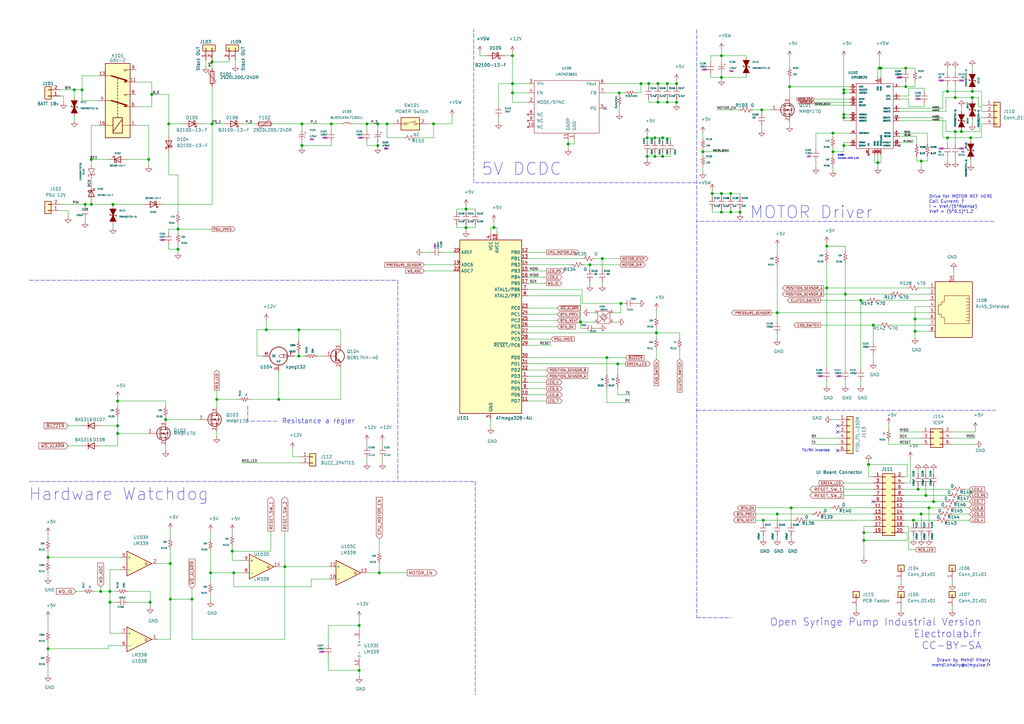
<source format=kicad_sch>
(kicad_sch (version 20210406) (generator eeschema)
  (paper "A3")
  (title_block (title "Open Syringe Pump") (date "2020-04-27") (rev "2.0") (company "Electrolab"))
  (junction (at 19.685 228.6) (diameter 1.016))
  (junction (at 19.685 266.065) (diameter 1.016))
  (junction (at 30.48 36.83) (diameter 1.016))
  (junction (at 33.655 36.83) (diameter 1.016))
  (junction (at 34.925 83.82) (diameter 1.016))
  (junction (at 37.465 65.405) (diameter 1.016))
  (junction (at 37.465 83.82) (diameter 1.016))
  (junction (at 41.275 242.57) (diameter 1.016))
  (junction (at 45.085 242.57) (diameter 1.016))
  (junction (at 45.085 247.015) (diameter 1.016))
  (junction (at 46.355 83.82) (diameter 1.016))
  (junction (at 48.26 164.465) (diameter 1.016))
  (junction (at 48.26 174.625) (diameter 1.016))
  (junction (at 48.26 177.8) (diameter 1.016))
  (junction (at 60.96 65.405) (diameter 1.016))
  (junction (at 61.595 247.015) (diameter 1.016))
  (junction (at 62.23 38.735) (diameter 1.016))
  (junction (at 67.945 172.085) (diameter 1.016))
  (junction (at 69.215 50.8) (diameter 1.016))
  (junction (at 69.85 231.14) (diameter 1.016))
  (junction (at 69.85 245.745) (diameter 1.016))
  (junction (at 73.025 93.98) (diameter 1.016))
  (junction (at 73.025 102.235) (diameter 1.016))
  (junction (at 78.74 245.745) (diameter 1.016))
  (junction (at 86.36 234.95) (diameter 1.016))
  (junction (at 86.995 25.4) (diameter 1.016))
  (junction (at 86.995 50.8) (diameter 1.016))
  (junction (at 88.9 163.83) (diameter 1.016))
  (junction (at 95.25 226.06) (diameter 1.016))
  (junction (at 95.885 234.95) (diameter 1.016))
  (junction (at 109.22 135.255) (diameter 1.016))
  (junction (at 114.3 163.83) (diameter 1.016))
  (junction (at 116.84 232.41) (diameter 1.016))
  (junction (at 122.555 135.255) (diameter 1.016))
  (junction (at 122.555 146.05) (diameter 1.016))
  (junction (at 123.825 50.8) (diameter 1.016))
  (junction (at 123.825 59.69) (diameter 1.016))
  (junction (at 135.89 50.8) (diameter 1.016))
  (junction (at 147.32 256.54) (diameter 1.016))
  (junction (at 147.32 274.955) (diameter 1.016))
  (junction (at 150.495 50.8) (diameter 1.016))
  (junction (at 154.94 50.8) (diameter 1.016))
  (junction (at 154.94 59.69) (diameter 1.016))
  (junction (at 155.575 234.95) (diameter 1.016))
  (junction (at 158.75 50.8) (diameter 1.016))
  (junction (at 177.8 50.8) (diameter 1.016))
  (junction (at 191.135 85.725) (diameter 1.016))
  (junction (at 191.135 93.345) (diameter 1.016))
  (junction (at 202.565 93.345) (diameter 1.016))
  (junction (at 210.185 22.86) (diameter 1.016))
  (junction (at 210.185 34.29) (diameter 1.016))
  (junction (at 210.185 38.1) (diameter 1.016))
  (junction (at 233.045 59.055) (diameter 1.016))
  (junction (at 238.125 132.08) (diameter 1.016))
  (junction (at 241.935 108.585) (diameter 1.016))
  (junction (at 247.015 106.045) (diameter 1.016))
  (junction (at 248.92 146.685) (diameter 1.016))
  (junction (at 253.365 149.225) (diameter 1.016))
  (junction (at 254 38.1) (diameter 1.016))
  (junction (at 254.635 124.46) (diameter 1.016))
  (junction (at 262.89 34.29) (diameter 1.016))
  (junction (at 265.43 56.515) (diameter 1.016))
  (junction (at 265.43 64.135) (diameter 1.016))
  (junction (at 266.065 34.29) (diameter 1.016))
  (junction (at 268.605 56.515) (diameter 1.016))
  (junction (at 268.605 64.135) (diameter 1.016))
  (junction (at 269.24 136.525) (diameter 1.016))
  (junction (at 269.875 34.29) (diameter 1.016))
  (junction (at 269.875 41.91) (diameter 1.016))
  (junction (at 271.78 56.515) (diameter 1.016))
  (junction (at 271.78 64.135) (diameter 1.016))
  (junction (at 273.685 34.29) (diameter 1.016))
  (junction (at 273.685 41.91) (diameter 1.016))
  (junction (at 277.495 34.29) (diameter 1.016))
  (junction (at 277.495 41.91) (diameter 1.016))
  (junction (at 288.29 62.23) (diameter 1.016))
  (junction (at 292.1 79.375) (diameter 1.016))
  (junction (at 295.91 22.86) (diameter 1.016))
  (junction (at 295.91 31.75) (diameter 1.016))
  (junction (at 295.91 79.375) (diameter 1.016))
  (junction (at 295.91 86.995) (diameter 1.016))
  (junction (at 299.72 79.375) (diameter 1.016))
  (junction (at 299.72 86.995) (diameter 1.016))
  (junction (at 303.53 86.995) (diameter 1.016))
  (junction (at 312.42 45.085) (diameter 1.016))
  (junction (at 313.055 213.36) (diameter 1.016))
  (junction (at 318.77 128.27) (diameter 1.016))
  (junction (at 318.77 210.82) (diameter 1.016))
  (junction (at 323.85 35.56) (diameter 1.016))
  (junction (at 324.485 208.28) (diameter 1.016))
  (junction (at 339.09 100.965) (diameter 1.016))
  (junction (at 339.09 118.11) (diameter 1.016))
  (junction (at 341.63 54.61) (diameter 1.016))
  (junction (at 341.63 62.23) (diameter 1.016))
  (junction (at 346.075 36.83) (diameter 1.016))
  (junction (at 346.075 38.1) (diameter 1.016))
  (junction (at 346.075 46.99) (diameter 1.016))
  (junction (at 346.075 48.26) (diameter 1.016))
  (junction (at 346.075 59.69) (diameter 1.016))
  (junction (at 346.71 120.65) (diameter 1.016))
  (junction (at 353.06 123.19) (diameter 1.016))
  (junction (at 354.33 218.44) (diameter 1.016))
  (junction (at 354.33 221.615) (diameter 1.016))
  (junction (at 356.235 190.5) (diameter 1.016))
  (junction (at 358.14 133.35) (diameter 1.016))
  (junction (at 360.045 66.675) (diameter 1.016))
  (junction (at 360.68 27.94) (diameter 1.016))
  (junction (at 361.315 27.94) (diameter 1.016))
  (junction (at 371.475 27.94) (diameter 1.016))
  (junction (at 371.475 35.56) (diameter 1.016))
  (junction (at 374.65 213.36) (diameter 1.016))
  (junction (at 375.285 130.81) (diameter 1.016))
  (junction (at 375.285 135.89) (diameter 1.016))
  (junction (at 376.555 200.66) (diameter 1.016))
  (junction (at 377.825 66.04) (diameter 1.016))
  (junction (at 377.825 210.82) (diameter 1.016))
  (junction (at 379.73 203.2) (diameter 1.016))
  (junction (at 381 208.28) (diameter 1.016))
  (junction (at 382.905 205.74) (diameter 1.016))
  (junction (at 388.62 37.465) (diameter 1.016))
  (junction (at 388.62 56.515) (diameter 1.016))
  (junction (at 391.795 40.005) (diameter 1.016))
  (junction (at 391.795 53.975) (diameter 1.016))
  (junction (at 394.335 53.975) (diameter 1.016))
  (junction (at 398.145 56.515) (diameter 1.016))
  (junction (at 398.78 37.465) (diameter 1.016))
  (junction (at 398.78 40.005) (diameter 1.016))
  (no_connect (at 248.285 44.45))
  (no_connect (at 343.535 174.625))
  (no_connect (at 343.535 177.165))
  (no_connect (at 343.535 184.785))
  (no_connect (at 358.14 205.74))
  (no_connect (at 368.935 59.69))
  (wire (pts (xy 19.685 219.075) (xy 19.685 220.98)))
  (wire (pts (xy 19.685 228.6) (xy 19.685 226.06)))
  (wire (pts (xy 19.685 229.87) (xy 19.685 228.6)))
  (wire (pts (xy 19.685 234.95) (xy 19.685 236.855)))
  (wire (pts (xy 19.685 253.365) (xy 19.685 258.445)))
  (wire (pts (xy 19.685 263.525) (xy 19.685 266.065)))
  (wire (pts (xy 19.685 266.065) (xy 19.685 267.97)))
  (wire (pts (xy 19.685 266.065) (xy 44.45 266.065)))
  (wire (pts (xy 19.685 273.05) (xy 19.685 276.86)))
  (wire (pts (xy 24.765 36.83) (xy 30.48 36.83)))
  (wire (pts (xy 24.765 39.37) (xy 26.035 39.37)))
  (wire (pts (xy 24.765 83.82) (xy 34.925 83.82)))
  (wire (pts (xy 24.765 86.36) (xy 27.94 86.36)))
  (wire (pts (xy 26.035 39.37) (xy 26.035 41.91)))
  (wire (pts (xy 27.94 86.36) (xy 27.94 88.9)))
  (wire (pts (xy 27.94 174.625) (xy 33.655 174.625)))
  (wire (pts (xy 27.94 182.88) (xy 33.655 182.88)))
  (wire (pts (xy 30.48 36.83) (xy 33.655 36.83)))
  (wire (pts (xy 30.48 40.005) (xy 30.48 36.83)))
  (wire (pts (xy 30.48 47.625) (xy 30.48 49.53)))
  (wire (pts (xy 31.115 242.57) (xy 33.655 242.57)))
  (wire (pts (xy 33.655 31.115) (xy 33.655 36.83)))
  (wire (pts (xy 33.655 36.83) (xy 33.655 41.275)))
  (wire (pts (xy 33.655 41.275) (xy 40.64 41.275)))
  (wire (pts (xy 34.925 83.82) (xy 37.465 83.82)))
  (wire (pts (xy 34.925 84.455) (xy 34.925 83.82)))
  (wire (pts (xy 34.925 89.535) (xy 34.925 90.805)))
  (wire (pts (xy 37.465 51.435) (xy 37.465 65.405)))
  (wire (pts (xy 37.465 65.405) (xy 44.45 65.405)))
  (wire (pts (xy 37.465 67.945) (xy 37.465 65.405)))
  (wire (pts (xy 37.465 73.025) (xy 37.465 75.565)))
  (wire (pts (xy 37.465 83.185) (xy 37.465 83.82)))
  (wire (pts (xy 37.465 83.82) (xy 46.355 83.82)))
  (wire (pts (xy 38.735 242.57) (xy 41.275 242.57)))
  (wire (pts (xy 40.64 31.115) (xy 33.655 31.115)))
  (wire (pts (xy 40.64 51.435) (xy 37.465 51.435)))
  (wire (pts (xy 41.275 174.625) (xy 48.26 174.625)))
  (wire (pts (xy 41.275 182.88) (xy 48.26 182.88)))
  (wire (pts (xy 41.275 240.665) (xy 41.275 242.57)))
  (wire (pts (xy 41.275 242.57) (xy 45.085 242.57)))
  (wire (pts (xy 44.45 264.795) (xy 49.53 264.795)))
  (wire (pts (xy 44.45 266.065) (xy 44.45 264.795)))
  (wire (pts (xy 45.085 233.68) (xy 45.085 242.57)))
  (wire (pts (xy 45.085 242.57) (xy 45.085 247.015)))
  (wire (pts (xy 45.085 247.015) (xy 45.085 259.715)))
  (wire (pts (xy 45.085 259.715) (xy 49.53 259.715)))
  (wire (pts (xy 46.355 83.82) (xy 59.055 83.82)))
  (wire (pts (xy 46.355 84.455) (xy 46.355 83.82)))
  (wire (pts (xy 46.355 92.075) (xy 46.355 93.345)))
  (wire (pts (xy 47.625 242.57) (xy 45.085 242.57)))
  (wire (pts (xy 47.625 247.015) (xy 45.085 247.015)))
  (wire (pts (xy 48.26 163.195) (xy 48.26 164.465)))
  (wire (pts (xy 48.26 164.465) (xy 48.26 166.37)))
  (wire (pts (xy 48.26 164.465) (xy 67.945 164.465)))
  (wire (pts (xy 48.26 171.45) (xy 48.26 174.625)))
  (wire (pts (xy 48.26 174.625) (xy 48.26 177.8)))
  (wire (pts (xy 48.26 182.88) (xy 48.26 177.8)))
  (wire (pts (xy 49.53 228.6) (xy 19.685 228.6)))
  (wire (pts (xy 49.53 233.68) (xy 45.085 233.68)))
  (wire (pts (xy 52.705 242.57) (xy 61.595 242.57)))
  (wire (pts (xy 52.705 247.015) (xy 61.595 247.015)))
  (wire (pts (xy 55.88 33.655) (xy 62.23 33.655)))
  (wire (pts (xy 55.88 51.435) (xy 60.96 51.435)))
  (wire (pts (xy 60.325 177.8) (xy 48.26 177.8)))
  (wire (pts (xy 60.96 51.435) (xy 60.96 65.405)))
  (wire (pts (xy 60.96 65.405) (xy 52.07 65.405)))
  (wire (pts (xy 60.96 67.945) (xy 60.96 65.405)))
  (wire (pts (xy 61.595 242.57) (xy 61.595 247.015)))
  (wire (pts (xy 61.595 247.015) (xy 61.595 248.92)))
  (wire (pts (xy 62.23 33.655) (xy 62.23 38.735)))
  (wire (pts (xy 62.23 38.735) (xy 62.23 43.815)))
  (wire (pts (xy 62.23 38.735) (xy 69.215 38.735)))
  (wire (pts (xy 62.23 43.815) (xy 55.88 43.815)))
  (wire (pts (xy 64.77 231.14) (xy 69.85 231.14)))
  (wire (pts (xy 64.77 262.255) (xy 69.85 262.255)))
  (wire (pts (xy 67.945 164.465) (xy 67.945 166.37)))
  (wire (pts (xy 67.945 171.45) (xy 67.945 172.085)))
  (wire (pts (xy 67.945 172.085) (xy 67.945 172.72)))
  (wire (pts (xy 67.945 172.085) (xy 81.28 172.085)))
  (wire (pts (xy 67.945 182.88) (xy 67.945 184.785)))
  (wire (pts (xy 69.215 38.735) (xy 69.215 50.8)))
  (wire (pts (xy 69.215 50.8) (xy 69.215 55.245)))
  (wire (pts (xy 69.215 50.8) (xy 74.93 50.8)))
  (wire (pts (xy 69.215 71.755) (xy 69.215 62.865)))
  (wire (pts (xy 69.215 93.98) (xy 73.025 93.98)))
  (wire (pts (xy 69.215 95.25) (xy 69.215 93.98)))
  (wire (pts (xy 69.215 100.33) (xy 69.215 102.235)))
  (wire (pts (xy 69.215 102.235) (xy 73.025 102.235)))
  (wire (pts (xy 69.85 217.17) (xy 69.85 220.345)))
  (wire (pts (xy 69.85 231.14) (xy 69.85 225.425)))
  (wire (pts (xy 69.85 245.745) (xy 69.85 231.14)))
  (wire (pts (xy 69.85 262.255) (xy 69.85 245.745)))
  (wire (pts (xy 73.025 71.755) (xy 69.215 71.755)))
  (wire (pts (xy 73.025 86.995) (xy 73.025 71.755)))
  (wire (pts (xy 73.025 92.075) (xy 73.025 93.98)))
  (wire (pts (xy 73.025 93.98) (xy 73.025 95.25)))
  (wire (pts (xy 73.025 93.98) (xy 86.995 93.98)))
  (wire (pts (xy 73.025 100.33) (xy 73.025 102.235)))
  (wire (pts (xy 73.025 102.235) (xy 73.025 103.505)))
  (wire (pts (xy 78.74 241.3) (xy 78.74 245.745)))
  (wire (pts (xy 78.74 245.745) (xy 69.85 245.745)))
  (wire (pts (xy 78.74 262.255) (xy 78.74 245.745)))
  (wire (pts (xy 82.55 50.8) (xy 86.995 50.8)))
  (wire (pts (xy 84.455 24.765) (xy 84.455 27.305)))
  (wire (pts (xy 86.36 217.805) (xy 86.36 220.98)))
  (wire (pts (xy 86.36 234.95) (xy 86.36 226.06)))
  (wire (pts (xy 86.36 238.76) (xy 86.36 234.95)))
  (wire (pts (xy 86.36 243.84) (xy 86.36 246.38)))
  (wire (pts (xy 86.995 25.4) (xy 86.995 24.765)))
  (wire (pts (xy 86.995 25.4) (xy 93.98 25.4)))
  (wire (pts (xy 86.995 27.94) (xy 86.995 25.4)))
  (wire (pts (xy 86.995 35.56) (xy 86.995 50.8)))
  (wire (pts (xy 86.995 50.8) (xy 92.075 50.8)))
  (wire (pts (xy 86.995 83.82) (xy 66.675 83.82)))
  (wire (pts (xy 86.995 83.82) (xy 86.995 50.8)))
  (wire (pts (xy 88.9 160.02) (xy 88.9 163.83)))
  (wire (pts (xy 88.9 163.83) (xy 88.9 167.005)))
  (wire (pts (xy 88.9 163.83) (xy 97.79 163.83)))
  (wire (pts (xy 88.9 177.165) (xy 88.9 179.07)))
  (wire (pts (xy 93.98 25.4) (xy 93.98 24.765)))
  (wire (pts (xy 95.25 217.805) (xy 95.25 219.075)))
  (wire (pts (xy 95.25 224.155) (xy 95.25 226.06)))
  (wire (pts (xy 95.25 226.06) (xy 95.25 229.87)))
  (wire (pts (xy 95.25 226.06) (xy 111.125 226.06)))
  (wire (pts (xy 95.25 229.87) (xy 99.695 229.87)))
  (wire (pts (xy 95.885 234.95) (xy 86.36 234.95)))
  (wire (pts (xy 95.885 234.95) (xy 95.885 240.665)))
  (wire (pts (xy 95.885 240.665) (xy 127.635 240.665)))
  (wire (pts (xy 96.52 24.765) (xy 96.52 26.67)))
  (wire (pts (xy 99.695 50.8) (xy 104.775 50.8)))
  (wire (pts (xy 99.695 234.95) (xy 95.885 234.95)))
  (wire (pts (xy 102.87 163.83) (xy 114.3 163.83)))
  (wire (pts (xy 105.41 135.255) (xy 109.22 135.255)))
  (wire (pts (xy 105.41 146.05) (xy 105.41 135.255)))
  (wire (pts (xy 107.95 146.05) (xy 105.41 146.05)))
  (wire (pts (xy 109.22 131.445) (xy 109.22 135.255)))
  (wire (pts (xy 109.22 135.255) (xy 122.555 135.255)))
  (wire (pts (xy 111.125 217.805) (xy 111.125 226.06)))
  (wire (pts (xy 112.395 50.8) (xy 123.825 50.8)))
  (wire (pts (xy 114.3 152.4) (xy 114.3 163.83)))
  (wire (pts (xy 114.3 163.83) (xy 139.7 163.83)))
  (wire (pts (xy 116.84 217.805) (xy 116.84 232.41)))
  (wire (pts (xy 116.84 232.41) (xy 114.935 232.41)))
  (wire (pts (xy 116.84 232.41) (xy 135.255 232.41)))
  (wire (pts (xy 116.84 262.255) (xy 78.74 262.255)))
  (wire (pts (xy 116.84 262.255) (xy 116.84 232.41)))
  (wire (pts (xy 120.015 184.15) (xy 120.015 187.325)))
  (wire (pts (xy 120.015 187.325) (xy 123.19 187.325)))
  (wire (pts (xy 120.65 146.05) (xy 122.555 146.05)))
  (wire (pts (xy 122.555 135.255) (xy 139.7 135.255)))
  (wire (pts (xy 122.555 139.7) (xy 122.555 135.255)))
  (wire (pts (xy 122.555 144.78) (xy 122.555 146.05)))
  (wire (pts (xy 122.555 146.05) (xy 125.095 146.05)))
  (wire (pts (xy 123.19 189.865) (xy 99.06 189.865)))
  (wire (pts (xy 123.825 50.8) (xy 123.825 53.34)))
  (wire (pts (xy 123.825 50.8) (xy 135.89 50.8)))
  (wire (pts (xy 123.825 58.42) (xy 123.825 59.69)))
  (wire (pts (xy 123.825 59.69) (xy 123.825 60.325)))
  (wire (pts (xy 127.635 237.49) (xy 135.255 237.49)))
  (wire (pts (xy 127.635 240.665) (xy 127.635 237.49)))
  (wire (pts (xy 132.08 146.05) (xy 130.175 146.05)))
  (wire (pts (xy 134.62 256.54) (xy 147.32 256.54)))
  (wire (pts (xy 134.62 264.16) (xy 134.62 256.54)))
  (wire (pts (xy 134.62 269.24) (xy 134.62 274.955)))
  (wire (pts (xy 134.62 274.955) (xy 147.32 274.955)))
  (wire (pts (xy 135.89 50.8) (xy 139.7 50.8)))
  (wire (pts (xy 135.89 53.34) (xy 135.89 50.8)))
  (wire (pts (xy 135.89 58.42) (xy 135.89 59.69)))
  (wire (pts (xy 135.89 59.69) (xy 123.825 59.69)))
  (wire (pts (xy 139.7 135.255) (xy 139.7 140.97)))
  (wire (pts (xy 139.7 151.13) (xy 139.7 163.83)))
  (wire (pts (xy 144.78 50.8) (xy 150.495 50.8)))
  (wire (pts (xy 147.32 253.365) (xy 147.32 256.54)))
  (wire (pts (xy 147.32 256.54) (xy 147.32 258.445)))
  (wire (pts (xy 147.32 273.685) (xy 147.32 274.955)))
  (wire (pts (xy 147.32 274.955) (xy 147.32 277.495)))
  (wire (pts (xy 150.495 50.8) (xy 154.94 50.8)))
  (wire (pts (xy 150.495 53.34) (xy 150.495 50.8)))
  (wire (pts (xy 150.495 58.42) (xy 150.495 59.69)))
  (wire (pts (xy 150.495 59.69) (xy 154.94 59.69)))
  (wire (pts (xy 150.495 180.975) (xy 150.495 182.88)))
  (wire (pts (xy 150.495 189.865) (xy 150.495 187.96)))
  (wire (pts (xy 154.94 50.8) (xy 154.94 53.34)))
  (wire (pts (xy 154.94 58.42) (xy 154.94 59.69)))
  (wire (pts (xy 154.94 59.69) (xy 154.94 60.325)))
  (wire (pts (xy 155.575 220.98) (xy 155.575 226.06)))
  (wire (pts (xy 155.575 231.14) (xy 155.575 234.95)))
  (wire (pts (xy 155.575 234.95) (xy 150.495 234.95)))
  (wire (pts (xy 155.575 234.95) (xy 167.005 234.95)))
  (wire (pts (xy 156.845 180.975) (xy 156.845 182.88)))
  (wire (pts (xy 156.845 189.865) (xy 156.845 187.96)))
  (wire (pts (xy 158.75 50.8) (xy 154.94 50.8)))
  (wire (pts (xy 158.75 56.515) (xy 158.75 50.8)))
  (wire (pts (xy 160.655 50.8) (xy 158.75 50.8)))
  (wire (pts (xy 165.735 56.515) (xy 158.75 56.515)))
  (wire (pts (xy 170.815 56.515) (xy 177.8 56.515)))
  (wire (pts (xy 173.99 108.585) (xy 186.055 108.585)))
  (wire (pts (xy 173.99 111.125) (xy 186.055 111.125)))
  (wire (pts (xy 175.895 50.8) (xy 177.8 50.8)))
  (wire (pts (xy 176.53 103.505) (xy 173.355 103.505)))
  (wire (pts (xy 177.8 50.8) (xy 185.42 50.8)))
  (wire (pts (xy 177.8 56.515) (xy 177.8 50.8)))
  (wire (pts (xy 185.42 50.8) (xy 185.42 47.625)))
  (wire (pts (xy 186.055 103.505) (xy 181.61 103.505)))
  (wire (pts (xy 187.325 85.725) (xy 187.325 86.995)))
  (wire (pts (xy 187.325 93.345) (xy 187.325 92.075)))
  (wire (pts (xy 191.135 84.455) (xy 191.135 85.725)))
  (wire (pts (xy 191.135 85.725) (xy 187.325 85.725)))
  (wire (pts (xy 191.135 85.725) (xy 191.135 86.995)))
  (wire (pts (xy 191.135 85.725) (xy 194.945 85.725)))
  (wire (pts (xy 191.135 92.075) (xy 191.135 93.345)))
  (wire (pts (xy 191.135 93.345) (xy 187.325 93.345)))
  (wire (pts (xy 191.135 94.615) (xy 191.135 93.345)))
  (wire (pts (xy 194.945 85.725) (xy 194.945 86.995)))
  (wire (pts (xy 194.945 92.075) (xy 194.945 93.345)))
  (wire (pts (xy 194.945 93.345) (xy 191.135 93.345)))
  (wire (pts (xy 196.85 21.59) (xy 196.85 22.86)))
  (wire (pts (xy 196.85 22.86) (xy 199.39 22.86)))
  (wire (pts (xy 201.295 93.345) (xy 201.295 95.885)))
  (wire (pts (xy 201.295 172.085) (xy 201.295 175.26)))
  (wire (pts (xy 202.565 90.805) (xy 202.565 93.345)))
  (wire (pts (xy 202.565 93.345) (xy 201.295 93.345)))
  (wire (pts (xy 202.565 93.345) (xy 203.835 93.345)))
  (wire (pts (xy 203.835 93.345) (xy 203.835 95.885)))
  (wire (pts (xy 204.47 34.29) (xy 210.185 34.29)))
  (wire (pts (xy 204.47 43.18) (xy 204.47 34.29)))
  (wire (pts (xy 204.47 48.26) (xy 204.47 50.165)))
  (wire (pts (xy 207.01 22.86) (xy 210.185 22.86)))
  (wire (pts (xy 210.185 21.59) (xy 210.185 22.86)))
  (wire (pts (xy 210.185 22.86) (xy 210.185 34.29)))
  (wire (pts (xy 210.185 34.29) (xy 216.535 34.29)))
  (wire (pts (xy 210.185 38.1) (xy 210.185 34.29)))
  (wire (pts (xy 210.185 41.91) (xy 210.185 38.1)))
  (wire (pts (xy 216.535 38.1) (xy 210.185 38.1)))
  (wire (pts (xy 216.535 41.91) (xy 210.185 41.91)))
  (wire (pts (xy 216.535 106.045) (xy 238.76 106.045)))
  (wire (pts (xy 216.535 108.585) (xy 234.315 108.585)))
  (wire (pts (xy 216.535 118.745) (xy 238.76 118.745)))
  (wire (pts (xy 216.535 121.285) (xy 238.125 121.285)))
  (wire (pts (xy 216.535 136.525) (xy 269.24 136.525)))
  (wire (pts (xy 216.535 141.605) (xy 226.06 141.605)))
  (wire (pts (xy 216.535 146.685) (xy 248.92 146.685)))
  (wire (pts (xy 216.535 149.225) (xy 253.365 149.225)))
  (wire (pts (xy 224.155 103.505) (xy 216.535 103.505)))
  (wire (pts (xy 224.155 111.125) (xy 216.535 111.125)))
  (wire (pts (xy 224.155 113.665) (xy 216.535 113.665)))
  (wire (pts (xy 224.155 116.205) (xy 216.535 116.205)))
  (wire (pts (xy 224.155 151.765) (xy 216.535 151.765)))
  (wire (pts (xy 224.155 154.305) (xy 216.535 154.305)))
  (wire (pts (xy 224.155 156.845) (xy 216.535 156.845)))
  (wire (pts (xy 224.155 159.385) (xy 216.535 159.385)))
  (wire (pts (xy 224.155 161.925) (xy 216.535 161.925)))
  (wire (pts (xy 224.155 164.465) (xy 216.535 164.465)))
  (wire (pts (xy 226.06 139.065) (xy 216.535 139.065)))
  (wire (pts (xy 228.6 126.365) (xy 216.535 126.365)))
  (wire (pts (xy 228.6 128.905) (xy 216.535 128.905)))
  (wire (pts (xy 228.6 131.445) (xy 216.535 131.445)))
  (wire (pts (xy 228.6 133.985) (xy 216.535 133.985)))
  (wire (pts (xy 233.045 57.15) (xy 233.045 59.055)))
  (wire (pts (xy 233.045 59.055) (xy 233.045 60.96)))
  (wire (pts (xy 235.585 57.15) (xy 235.585 59.055)))
  (wire (pts (xy 235.585 59.055) (xy 233.045 59.055)))
  (wire (pts (xy 238.125 121.285) (xy 238.125 132.08)))
  (wire (pts (xy 238.125 132.08) (xy 243.84 132.08)))
  (wire (pts (xy 238.125 134.62) (xy 238.125 132.08)))
  (wire (pts (xy 238.76 118.745) (xy 238.76 124.46)))
  (wire (pts (xy 238.76 124.46) (xy 254.635 124.46)))
  (wire (pts (xy 239.395 108.585) (xy 241.935 108.585)))
  (wire (pts (xy 239.395 134.62) (xy 238.125 134.62)))
  (wire (pts (xy 241.935 108.585) (xy 241.935 110.49)))
  (wire (pts (xy 241.935 115.57) (xy 241.935 116.84)))
  (wire (pts (xy 241.935 128.27) (xy 243.84 128.27)))
  (wire (pts (xy 243.84 106.045) (xy 247.015 106.045)))
  (wire (pts (xy 244.475 134.62) (xy 245.745 134.62)))
  (wire (pts (xy 247.015 106.045) (xy 254.635 106.045)))
  (wire (pts (xy 247.015 110.49) (xy 247.015 106.045)))
  (wire (pts (xy 247.015 115.57) (xy 247.015 116.84)))
  (wire (pts (xy 248.285 34.29) (xy 262.89 34.29)))
  (wire (pts (xy 248.285 38.1) (xy 254 38.1)))
  (wire (pts (xy 248.92 146.685) (xy 256.54 146.685)))
  (wire (pts (xy 248.92 153.67) (xy 248.92 146.685)))
  (wire (pts (xy 248.92 158.75) (xy 248.92 165.1)))
  (wire (pts (xy 248.92 165.1) (xy 258.445 165.1)))
  (wire (pts (xy 251.46 132.08) (xy 253.365 132.08)))
  (wire (pts (xy 253.365 149.225) (xy 256.54 149.225)))
  (wire (pts (xy 253.365 153.67) (xy 253.365 149.225)))
  (wire (pts (xy 253.365 158.75) (xy 253.365 161.925)))
  (wire (pts (xy 253.365 161.925) (xy 258.445 161.925)))
  (wire (pts (xy 254 38.1) (xy 255.905 38.1)))
  (wire (pts (xy 254 38.735) (xy 254 38.1)))
  (wire (pts (xy 254 43.815) (xy 254 46.355)))
  (wire (pts (xy 254.635 108.585) (xy 241.935 108.585)))
  (wire (pts (xy 254.635 124.46) (xy 254.635 128.27)))
  (wire (pts (xy 254.635 128.27) (xy 251.46 128.27)))
  (wire (pts (xy 255.27 124.46) (xy 254.635 124.46)))
  (wire (pts (xy 260.35 124.46) (xy 261.62 124.46)))
  (wire (pts (xy 260.985 38.1) (xy 262.89 38.1)))
  (wire (pts (xy 262.89 34.29) (xy 266.065 34.29)))
  (wire (pts (xy 262.89 38.1) (xy 262.89 34.29)))
  (wire (pts (xy 265.43 55.245) (xy 265.43 56.515)))
  (wire (pts (xy 265.43 56.515) (xy 265.43 57.785)))
  (wire (pts (xy 265.43 56.515) (xy 268.605 56.515)))
  (wire (pts (xy 265.43 64.135) (xy 265.43 62.865)))
  (wire (pts (xy 265.43 64.135) (xy 268.605 64.135)))
  (wire (pts (xy 265.43 65.405) (xy 265.43 64.135)))
  (wire (pts (xy 266.065 34.29) (xy 269.875 34.29)))
  (wire (pts (xy 266.065 35.56) (xy 266.065 34.29)))
  (wire (pts (xy 266.065 41.91) (xy 266.065 40.64)))
  (wire (pts (xy 268.605 56.515) (xy 271.78 56.515)))
  (wire (pts (xy 268.605 57.785) (xy 268.605 56.515)))
  (wire (pts (xy 268.605 62.865) (xy 268.605 64.135)))
  (wire (pts (xy 268.605 64.135) (xy 271.78 64.135)))
  (wire (pts (xy 269.24 127) (xy 269.24 129.54)))
  (wire (pts (xy 269.24 134.62) (xy 269.24 136.525)))
  (wire (pts (xy 269.24 136.525) (xy 269.24 138.43)))
  (wire (pts (xy 269.24 143.51) (xy 269.24 147.32)))
  (wire (pts (xy 269.875 34.29) (xy 273.685 34.29)))
  (wire (pts (xy 269.875 35.56) (xy 269.875 34.29)))
  (wire (pts (xy 269.875 40.64) (xy 269.875 41.91)))
  (wire (pts (xy 269.875 41.91) (xy 266.065 41.91)))
  (wire (pts (xy 271.78 56.515) (xy 274.955 56.515)))
  (wire (pts (xy 271.78 57.785) (xy 271.78 56.515)))
  (wire (pts (xy 271.78 62.865) (xy 271.78 64.135)))
  (wire (pts (xy 271.78 64.135) (xy 274.955 64.135)))
  (wire (pts (xy 273.685 34.29) (xy 277.495 34.29)))
  (wire (pts (xy 273.685 35.56) (xy 273.685 34.29)))
  (wire (pts (xy 273.685 40.64) (xy 273.685 41.91)))
  (wire (pts (xy 273.685 41.91) (xy 269.875 41.91)))
  (wire (pts (xy 274.955 56.515) (xy 274.955 57.785)))
  (wire (pts (xy 274.955 64.135) (xy 274.955 62.865)))
  (wire (pts (xy 277.495 33.02) (xy 277.495 34.29)))
  (wire (pts (xy 277.495 34.29) (xy 277.495 35.56)))
  (wire (pts (xy 277.495 40.64) (xy 277.495 41.91)))
  (wire (pts (xy 277.495 41.91) (xy 273.685 41.91)))
  (wire (pts (xy 277.495 41.91) (xy 277.495 42.545)))
  (wire (pts (xy 278.765 136.525) (xy 269.24 136.525)))
  (wire (pts (xy 278.765 138.43) (xy 278.765 136.525)))
  (wire (pts (xy 278.765 143.51) (xy 278.765 147.32)))
  (wire (pts (xy 288.29 54.61) (xy 288.29 56.515)))
  (wire (pts (xy 288.29 61.595) (xy 288.29 62.23)))
  (wire (pts (xy 288.29 62.23) (xy 288.29 63.5)))
  (wire (pts (xy 288.29 62.23) (xy 299.085 62.23)))
  (wire (pts (xy 288.29 68.58) (xy 288.29 70.485)))
  (wire (pts (xy 291.465 22.86) (xy 295.91 22.86)))
  (wire (pts (xy 291.465 25.4) (xy 291.465 22.86)))
  (wire (pts (xy 291.465 30.48) (xy 291.465 31.75)))
  (wire (pts (xy 291.465 31.75) (xy 295.91 31.75)))
  (wire (pts (xy 292.1 78.105) (xy 292.1 79.375)))
  (wire (pts (xy 292.1 79.375) (xy 292.1 80.645)))
  (wire (pts (xy 292.1 79.375) (xy 295.91 79.375)))
  (wire (pts (xy 292.1 85.725) (xy 292.1 86.995)))
  (wire (pts (xy 292.1 86.995) (xy 295.91 86.995)))
  (wire (pts (xy 295.91 20.32) (xy 295.91 22.86)))
  (wire (pts (xy 295.91 22.86) (xy 295.91 25.4)))
  (wire (pts (xy 295.91 22.86) (xy 306.07 22.86)))
  (wire (pts (xy 295.91 30.48) (xy 295.91 31.75)))
  (wire (pts (xy 295.91 31.75) (xy 295.91 32.385)))
  (wire (pts (xy 295.91 31.75) (xy 306.07 31.75)))
  (wire (pts (xy 295.91 79.375) (xy 295.91 80.645)))
  (wire (pts (xy 295.91 79.375) (xy 299.72 79.375)))
  (wire (pts (xy 295.91 85.725) (xy 295.91 86.995)))
  (wire (pts (xy 295.91 86.995) (xy 299.72 86.995)))
  (wire (pts (xy 299.72 79.375) (xy 299.72 80.645)))
  (wire (pts (xy 299.72 79.375) (xy 303.53 79.375)))
  (wire (pts (xy 299.72 85.725) (xy 299.72 86.995)))
  (wire (pts (xy 299.72 86.995) (xy 303.53 86.995)))
  (wire (pts (xy 303.53 45.085) (xy 294.005 45.085)))
  (wire (pts (xy 303.53 79.375) (xy 303.53 80.645)))
  (wire (pts (xy 303.53 85.725) (xy 303.53 86.995)))
  (wire (pts (xy 303.53 86.995) (xy 303.53 87.63)))
  (wire (pts (xy 306.07 22.86) (xy 306.07 23.495)))
  (wire (pts (xy 306.07 31.75) (xy 306.07 31.115)))
  (wire (pts (xy 308.61 45.085) (xy 312.42 45.085)))
  (wire (pts (xy 309.88 208.28) (xy 324.485 208.28)))
  (wire (pts (xy 309.88 210.82) (xy 318.77 210.82)))
  (wire (pts (xy 309.88 213.36) (xy 313.055 213.36)))
  (wire (pts (xy 312.42 45.085) (xy 312.42 46.355)))
  (wire (pts (xy 312.42 53.34) (xy 312.42 51.435)))
  (wire (pts (xy 313.055 213.36) (xy 325.755 213.36)))
  (wire (pts (xy 313.055 214.63) (xy 313.055 213.36)))
  (wire (pts (xy 313.055 219.71) (xy 313.055 220.98)))
  (wire (pts (xy 316.23 45.085) (xy 312.42 45.085)))
  (wire (pts (xy 316.23 128.27) (xy 318.77 128.27)))
  (wire (pts (xy 318.77 100.965) (xy 318.77 104.14)))
  (wire (pts (xy 318.77 109.22) (xy 318.77 128.27)))
  (wire (pts (xy 318.77 128.27) (xy 381 128.27)))
  (wire (pts (xy 318.77 132.08) (xy 318.77 128.27)))
  (wire (pts (xy 318.77 137.16) (xy 318.77 139.065)))
  (wire (pts (xy 318.77 210.82) (xy 333.375 210.82)))
  (wire (pts (xy 318.77 214.63) (xy 318.77 210.82)))
  (wire (pts (xy 318.77 219.71) (xy 318.77 220.98)))
  (wire (pts (xy 323.85 23.495) (xy 323.85 27.305)))
  (wire (pts (xy 323.85 32.385) (xy 323.85 35.56)))
  (wire (pts (xy 323.85 35.56) (xy 323.85 40.005)))
  (wire (pts (xy 323.85 50.165) (xy 323.85 51.435)))
  (wire (pts (xy 324.485 208.28) (xy 340.995 208.28)))
  (wire (pts (xy 324.485 214.63) (xy 324.485 208.28)))
  (wire (pts (xy 324.485 219.71) (xy 324.485 220.98)))
  (wire (pts (xy 330.835 213.36) (xy 358.14 213.36)))
  (wire (pts (xy 334.645 54.61) (xy 334.645 60.96)))
  (wire (pts (xy 334.645 54.61) (xy 341.63 54.61)))
  (wire (pts (xy 334.645 66.04) (xy 334.645 68.58)))
  (wire (pts (xy 337.82 118.11) (xy 339.09 118.11)))
  (wire (pts (xy 337.82 120.65) (xy 346.71 120.65)))
  (wire (pts (xy 338.455 210.82) (xy 358.14 210.82)))
  (wire (pts (xy 339.09 99.695) (xy 339.09 100.965)))
  (wire (pts (xy 339.09 100.965) (xy 339.09 102.87)))
  (wire (pts (xy 339.09 100.965) (xy 346.71 100.965)))
  (wire (pts (xy 339.09 107.95) (xy 339.09 118.11)))
  (wire (pts (xy 339.09 118.11) (xy 339.09 151.13)))
  (wire (pts (xy 339.09 156.21) (xy 339.09 158.115)))
  (wire (pts (xy 340.995 172.085) (xy 343.535 172.085)))
  (wire (pts (xy 341.63 54.61) (xy 348.615 54.61)))
  (wire (pts (xy 341.63 55.88) (xy 341.63 54.61)))
  (wire (pts (xy 341.63 60.96) (xy 341.63 62.23)))
  (wire (pts (xy 341.63 62.23) (xy 341.63 63.5)))
  (wire (pts (xy 341.63 62.23) (xy 346.075 62.23)))
  (wire (pts (xy 341.63 68.58) (xy 341.63 69.85)))
  (wire (pts (xy 343.535 179.705) (xy 332.74 179.705)))
  (wire (pts (xy 343.535 182.245) (xy 332.74 182.245)))
  (wire (pts (xy 346.075 36.83) (xy 346.075 23.495)))
  (wire (pts (xy 346.075 38.1) (xy 346.075 36.83)))
  (wire (pts (xy 346.075 38.1) (xy 346.075 46.99)))
  (wire (pts (xy 346.075 46.99) (xy 346.075 48.26)))
  (wire (pts (xy 346.075 49.53) (xy 346.075 48.26)))
  (wire (pts (xy 346.075 58.42) (xy 346.075 59.69)))
  (wire (pts (xy 346.075 59.69) (xy 348.615 59.69)))
  (wire (pts (xy 346.075 62.23) (xy 346.075 59.69)))
  (wire (pts (xy 346.075 198.12) (xy 358.14 198.12)))
  (wire (pts (xy 346.075 200.66) (xy 358.14 200.66)))
  (wire (pts (xy 346.075 203.2) (xy 358.14 203.2)))
  (wire (pts (xy 346.075 208.28) (xy 358.14 208.28)))
  (wire (pts (xy 346.71 100.965) (xy 346.71 102.87)))
  (wire (pts (xy 346.71 107.95) (xy 346.71 120.65)))
  (wire (pts (xy 346.71 120.65) (xy 346.71 151.13)))
  (wire (pts (xy 346.71 120.65) (xy 365.125 120.65)))
  (wire (pts (xy 346.71 156.21) (xy 346.71 158.115)))
  (wire (pts (xy 348.615 35.56) (xy 323.85 35.56)))
  (wire (pts (xy 348.615 36.83) (xy 346.075 36.83)))
  (wire (pts (xy 348.615 38.1) (xy 346.075 38.1)))
  (wire (pts (xy 348.615 40.64) (xy 334.01 40.64)))
  (wire (pts (xy 348.615 41.91) (xy 334.01 41.91)))
  (wire (pts (xy 348.615 43.18) (xy 334.01 43.18)))
  (wire (pts (xy 348.615 46.99) (xy 346.075 46.99)))
  (wire (pts (xy 348.615 48.26) (xy 346.075 48.26)))
  (wire (pts (xy 348.615 49.53) (xy 346.075 49.53)))
  (wire (pts (xy 348.615 58.42) (xy 346.075 58.42)))
  (wire (pts (xy 351.155 248.92) (xy 351.155 250.19)))
  (wire (pts (xy 353.06 123.19) (xy 336.55 123.19)))
  (wire (pts (xy 353.06 151.13) (xy 353.06 123.19)))
  (wire (pts (xy 353.06 156.21) (xy 353.06 158.115)))
  (wire (pts (xy 354.33 215.9) (xy 354.33 218.44)))
  (wire (pts (xy 354.33 218.44) (xy 354.33 221.615)))
  (wire (pts (xy 354.33 221.615) (xy 354.33 228.6)))
  (wire (pts (xy 355.6 123.19) (xy 353.06 123.19)))
  (wire (pts (xy 356.235 189.23) (xy 356.235 190.5)))
  (wire (pts (xy 356.235 190.5) (xy 356.235 195.58)))
  (wire (pts (xy 356.235 195.58) (xy 358.14 195.58)))
  (wire (pts (xy 358.14 133.35) (xy 336.55 133.35)))
  (wire (pts (xy 358.14 140.335) (xy 358.14 133.35)))
  (wire (pts (xy 358.14 145.415) (xy 358.14 148.59)))
  (wire (pts (xy 358.14 215.9) (xy 354.33 215.9)))
  (wire (pts (xy 358.14 218.44) (xy 354.33 218.44)))
  (wire (pts (xy 358.775 63.5) (xy 358.775 66.675)))
  (wire (pts (xy 358.775 66.675) (xy 360.045 66.675)))
  (wire (pts (xy 360.045 27.94) (xy 360.045 31.75)))
  (wire (pts (xy 360.045 63.5) (xy 360.045 66.675)))
  (wire (pts (xy 360.045 66.675) (xy 360.045 68.58)))
  (wire (pts (xy 360.68 23.495) (xy 360.68 27.94)))
  (wire (pts (xy 360.68 27.94) (xy 360.045 27.94)))
  (wire (pts (xy 360.68 27.94) (xy 361.315 27.94)))
  (wire (pts (xy 360.68 123.19) (xy 381 123.19)))
  (wire (pts (xy 360.68 133.35) (xy 358.14 133.35)))
  (wire (pts (xy 361.315 27.94) (xy 361.315 31.75)))
  (wire (pts (xy 361.315 27.94) (xy 371.475 27.94)))
  (wire (pts (xy 361.315 63.5) (xy 361.315 66.675)))
  (wire (pts (xy 361.315 66.675) (xy 360.045 66.675)))
  (wire (pts (xy 364.49 175.895) (xy 364.49 173.99)))
  (wire (pts (xy 364.49 182.245) (xy 364.49 180.975)))
  (wire (pts (xy 364.49 182.245) (xy 377.825 182.245)))
  (wire (pts (xy 365.76 133.35) (xy 381 133.35)))
  (wire (pts (xy 368.935 39.37) (xy 372.745 39.37)))
  (wire (pts (xy 368.935 40.64) (xy 372.745 40.64)))
  (wire (pts (xy 368.935 44.45) (xy 386.715 44.45)))
  (wire (pts (xy 368.935 45.72) (xy 387.985 45.72)))
  (wire (pts (xy 368.935 49.53) (xy 387.985 49.53)))
  (wire (pts (xy 368.935 54.61) (xy 380.365 54.61)))
  (wire (pts (xy 368.935 55.88) (xy 375.92 55.88)))
  (wire (pts (xy 368.935 58.42) (xy 374.65 58.42)))
  (wire (pts (xy 369.57 238.125) (xy 369.57 239.395)))
  (wire (pts (xy 369.57 248.92) (xy 369.57 250.19)))
  (wire (pts (xy 370.205 120.65) (xy 381 120.65)))
  (wire (pts (xy 370.84 195.58) (xy 372.11 195.58)))
  (wire (pts (xy 370.84 198.12) (xy 373.38 198.12)))
  (wire (pts (xy 370.84 200.66) (xy 376.555 200.66)))
  (wire (pts (xy 370.84 203.2) (xy 379.73 203.2)))
  (wire (pts (xy 370.84 205.74) (xy 382.905 205.74)))
  (wire (pts (xy 370.84 208.28) (xy 381 208.28)))
  (wire (pts (xy 370.84 210.82) (xy 377.825 210.82)))
  (wire (pts (xy 370.84 213.36) (xy 374.65 213.36)))
  (wire (pts (xy 370.84 215.9) (xy 372.745 215.9)))
  (wire (pts (xy 370.84 218.44) (xy 372.11 218.44)))
  (wire (pts (xy 371.475 27.94) (xy 371.475 28.575)))
  (wire (pts (xy 371.475 27.94) (xy 375.285 27.94)))
  (wire (pts (xy 371.475 33.655) (xy 371.475 35.56)))
  (wire (pts (xy 371.475 35.56) (xy 368.935 35.56)))
  (wire (pts (xy 371.475 35.56) (xy 375.285 35.56)))
  (wire (pts (xy 372.11 118.11) (xy 339.09 118.11)))
  (wire (pts (xy 372.11 190.5) (xy 356.235 190.5)))
  (wire (pts (xy 372.11 195.58) (xy 372.11 190.5)))
  (wire (pts (xy 372.11 218.44) (xy 372.11 221.615)))
  (wire (pts (xy 372.11 221.615) (xy 354.33 221.615)))
  (wire (pts (xy 372.745 36.195) (xy 379.095 36.195)))
  (wire (pts (xy 372.745 39.37) (xy 372.745 36.195)))
  (wire (pts (xy 372.745 40.64) (xy 372.745 43.815)))
  (wire (pts (xy 372.745 43.815) (xy 379.095 43.815)))
  (wire (pts (xy 372.745 225.425) (xy 372.745 215.9)))
  (wire (pts (xy 373.38 187.96) (xy 373.38 198.12)))
  (wire (pts (xy 374.65 213.36) (xy 384.175 213.36)))
  (wire (pts (xy 374.65 214.63) (xy 374.65 213.36)))
  (wire (pts (xy 374.65 219.71) (xy 374.65 220.98)))
  (wire (pts (xy 375.285 27.94) (xy 375.285 28.575)))
  (wire (pts (xy 375.285 35.56) (xy 375.285 33.655)))
  (wire (pts (xy 375.285 125.73) (xy 375.285 130.81)))
  (wire (pts (xy 375.285 130.81) (xy 375.285 135.89)))
  (wire (pts (xy 375.285 135.89) (xy 375.285 138.43)))
  (wire (pts (xy 375.285 225.425) (xy 372.745 225.425)))
  (wire (pts (xy 375.92 55.88) (xy 375.92 59.055)))
  (wire (pts (xy 375.92 64.135) (xy 375.92 66.04)))
  (wire (pts (xy 375.92 66.04) (xy 377.825 66.04)))
  (wire (pts (xy 376.555 194.31) (xy 376.555 193.04)))
  (wire (pts (xy 376.555 199.39) (xy 376.555 200.66)))
  (wire (pts (xy 376.555 200.66) (xy 390.525 200.66)))
  (wire (pts (xy 377.19 118.11) (xy 381 118.11)))
  (wire (pts (xy 377.825 66.04) (xy 380.365 66.04)))
  (wire (pts (xy 377.825 68.58) (xy 377.825 66.04)))
  (wire (pts (xy 377.825 177.165) (xy 368.935 177.165)))
  (wire (pts (xy 377.825 179.705) (xy 368.935 179.705)))
  (wire (pts (xy 377.825 210.82) (xy 385.445 210.82)))
  (wire (pts (xy 377.825 214.63) (xy 377.825 210.82)))
  (wire (pts (xy 377.825 219.71) (xy 377.825 220.98)))
  (wire (pts (xy 379.095 36.195) (xy 379.095 37.465)))
  (wire (pts (xy 379.095 43.815) (xy 379.095 42.545)))
  (wire (pts (xy 379.73 194.31) (xy 379.73 193.04)))
  (wire (pts (xy 379.73 199.39) (xy 379.73 203.2)))
  (wire (pts (xy 379.73 203.2) (xy 389.255 203.2)))
  (wire (pts (xy 380.365 54.61) (xy 380.365 59.055)))
  (wire (pts (xy 380.365 66.04) (xy 380.365 64.135)))
  (wire (pts (xy 381 125.73) (xy 375.285 125.73)))
  (wire (pts (xy 381 130.81) (xy 375.285 130.81)))
  (wire (pts (xy 381 135.89) (xy 375.285 135.89)))
  (wire (pts (xy 381 208.28) (xy 386.715 208.28)))
  (wire (pts (xy 381 214.63) (xy 381 208.28)))
  (wire (pts (xy 381 219.71) (xy 381 220.98)))
  (wire (pts (xy 382.905 194.31) (xy 382.905 193.04)))
  (wire (pts (xy 382.905 199.39) (xy 382.905 205.74)))
  (wire (pts (xy 382.905 205.74) (xy 387.985 205.74)))
  (wire (pts (xy 386.715 37.465) (xy 388.62 37.465)))
  (wire (pts (xy 386.715 44.45) (xy 386.715 37.465)))
  (wire (pts (xy 386.715 48.26) (xy 368.935 48.26)))
  (wire (pts (xy 386.715 56.515) (xy 386.715 48.26)))
  (wire (pts (xy 386.715 56.515) (xy 388.62 56.515)))
  (wire (pts (xy 387.985 40.005) (xy 391.795 40.005)))
  (wire (pts (xy 387.985 45.72) (xy 387.985 40.005)))
  (wire (pts (xy 387.985 49.53) (xy 387.985 53.975)))
  (wire (pts (xy 387.985 53.975) (xy 391.795 53.975)))
  (wire (pts (xy 388.62 27.94) (xy 388.62 29.845)))
  (wire (pts (xy 388.62 34.925) (xy 388.62 37.465)))
  (wire (pts (xy 388.62 37.465) (xy 398.78 37.465)))
  (wire (pts (xy 388.62 56.515) (xy 398.145 56.515)))
  (wire (pts (xy 388.62 59.055) (xy 388.62 56.515)))
  (wire (pts (xy 388.62 66.04) (xy 388.62 64.135)))
  (wire (pts (xy 389.255 213.36) (xy 397.51 213.36)))
  (wire (pts (xy 390.525 177.165) (xy 400.05 177.165)))
  (wire (pts (xy 390.525 179.705) (xy 400.05 179.705)))
  (wire (pts (xy 390.525 182.245) (xy 400.05 182.245)))
  (wire (pts (xy 390.525 210.82) (xy 397.51 210.82)))
  (wire (pts (xy 390.525 238.125) (xy 390.525 239.395)))
  (wire (pts (xy 390.525 248.92) (xy 390.525 250.19)))
  (wire (pts (xy 391.16 110.49) (xy 391.16 113.03)))
  (wire (pts (xy 391.795 27.94) (xy 391.795 29.845)))
  (wire (pts (xy 391.795 34.925) (xy 391.795 40.005)))
  (wire (pts (xy 391.795 40.005) (xy 398.78 40.005)))
  (wire (pts (xy 391.795 53.975) (xy 394.335 53.975)))
  (wire (pts (xy 391.795 59.055) (xy 391.795 53.975)))
  (wire (pts (xy 391.795 66.04) (xy 391.795 64.135)))
  (wire (pts (xy 391.795 208.28) (xy 397.51 208.28)))
  (wire (pts (xy 393.065 205.74) (xy 397.51 205.74)))
  (wire (pts (xy 394.335 45.72) (xy 394.335 43.815)))
  (wire (pts (xy 394.335 53.34) (xy 394.335 53.975)))
  (wire (pts (xy 394.335 53.975) (xy 401.955 53.975)))
  (wire (pts (xy 394.335 203.2) (xy 397.51 203.2)))
  (wire (pts (xy 395.605 200.66) (xy 397.51 200.66)))
  (wire (pts (xy 398.145 56.515) (xy 398.145 57.785)))
  (wire (pts (xy 398.145 56.515) (xy 402.59 56.515)))
  (wire (pts (xy 398.145 65.405) (xy 398.145 67.31)))
  (wire (pts (xy 398.78 29.21) (xy 398.78 27.305)))
  (wire (pts (xy 398.78 36.83) (xy 398.78 37.465)))
  (wire (pts (xy 398.78 37.465) (xy 402.59 37.465)))
  (wire (pts (xy 398.78 40.005) (xy 401.32 40.005)))
  (wire (pts (xy 398.78 41.275) (xy 398.78 40.005)))
  (wire (pts (xy 398.78 48.895) (xy 398.78 50.8)))
  (wire (pts (xy 400.05 175.895) (xy 400.05 177.165)))
  (wire (pts (xy 401.32 40.005) (xy 401.32 43.815)))
  (wire (pts (xy 401.32 43.815) (xy 402.59 43.815)))
  (wire (pts (xy 401.955 48.26) (xy 403.86 48.26)))
  (wire (pts (xy 401.955 53.975) (xy 401.955 48.26)))
  (wire (pts (xy 402.59 37.465) (xy 402.59 43.18)))
  (wire (pts (xy 402.59 43.18) (xy 403.86 43.18)))
  (wire (pts (xy 402.59 43.815) (xy 402.59 45.72)))
  (wire (pts (xy 402.59 45.72) (xy 403.86 45.72)))
  (wire (pts (xy 402.59 50.8) (xy 403.86 50.8)))
  (wire (pts (xy 402.59 56.515) (xy 402.59 50.8)))
  (polyline (pts (xy 12.065 114.935) (xy 163.195 114.935)) (stroke (width 0) (type dash)))
  (polyline (pts (xy 12.065 197.485) (xy 194.945 197.485)) (stroke (width 0) (type dash)))
  (polyline (pts (xy 101.6 172.72) (xy 101.6 166.37)) (stroke (width 0) (type dash)))
  (polyline (pts (xy 113.665 172.72) (xy 101.6 172.72)) (stroke (width 0) (type dash)))
  (polyline (pts (xy 163.195 114.935) (xy 163.195 197.485)) (stroke (width 0) (type dash)))
  (polyline (pts (xy 194.31 74.93) (xy 194.31 12.065)) (stroke (width 0) (type dash)))
  (polyline (pts (xy 194.945 197.485) (xy 194.945 285.115)) (stroke (width 0) (type dash)))
  (polyline (pts (xy 285.75 12.065) (xy 285.75 253.365)) (stroke (width 0) (type dash)))
  (polyline (pts (xy 285.75 74.93) (xy 194.31 74.93)) (stroke (width 0) (type dash)))
  (polyline (pts (xy 285.75 168.275) (xy 408.305 168.275)) (stroke (width 0) (type dash)))
  (polyline (pts (xy 285.75 253.365) (xy 299.72 253.365)) (stroke (width 0) (type dash)))
  (polyline (pts (xy 407.67 90.805) (xy 285.75 90.805)) (stroke (width 0) (type dash)))
  (text "Hardware Watchdog" (at 85.725 205.74 180) (effects (font (size 5.0038 5.0038)) (justify right bottom)))
  (text "Resistance a règler" (at 115.57 173.99 0) (effects (font (size 2.0066 2.0066)) (justify left bottom)))
  (text "5V DCDC" (at 230.505 72.39 180) (effects (font (size 5.0038 5.0038)) (justify right bottom)))
  (text "TX/RX inverted" (at 340.36 185.42 180) (effects (font (size 0.9906 0.9906)) (justify right bottom)))
  (text "0.58V" (at 343.535 64.135 0) (effects (font (size 0.635 0.635)) (justify left bottom)))
  (text "Current limit 1.2A" (at 343.535 65.405 0) (effects (font (size 0.635 0.635)) (justify left bottom)))
  (text "MOTOR Driver" (at 358.14 90.17 180) (effects (font (size 5.0038 5.0038)) (justify right bottom)))
  (text "Drive for MOTOR REF HERE\nCoil Current: ?\nI = Vref/(5*Rsense)\nVref = (5*0.1)*1.2" (at 381 87.63 0) (effects (font (size 1.27 1.27)) (justify left bottom)))
  (text "Open Syringe Pump Industrial Version\nElectrolab.fr\nCC-BY-SA" (at 402.59 266.7 0) (effects (font (size 2.9972 2.9972)) (justify right bottom)))
  (text "Drawn by Mehdi Khairy\nmehdi.khairy@simpulse.fr" (at 406.4 273.685 180) (effects (font (size 1.27 1.27)) (justify right bottom)))
  (label "BIN" (at 29.21 36.83 180) (effects (font (size 0.9906 0.9906))))
  (label "PIN" (at 32.385 83.82 180) (effects (font (size 0.9906 0.9906))))
  (label "RC0" (at 37.465 73.66 270) (effects (font (size 0.9906 0.9906))))
  (label "RC1" (at 40.005 65.405 180) (effects (font (size 0.9906 0.9906))))
  (label "B_0" (at 65.405 38.735 180) (effects (font (size 0.9906 0.9906))))
  (label "PS" (at 86.995 25.4 270) (effects (font (size 0.9906 0.9906))))
  (label "PS_1" (at 90.805 50.8 180) (effects (font (size 0.9906 0.9906))))
  (label "RED_LED" (at 99.06 189.865 0) (effects (font (size 0.9906 0.9906))))
  (label "P_0" (at 103.505 50.8 180) (effects (font (size 0.9906 0.9906))))
  (label "P_1" (at 130.175 50.8 180) (effects (font (size 0.9906 0.9906))))
  (label "P_2" (at 154.94 50.8 180) (effects (font (size 0.9906 0.9906))))
  (label "SCK" (at 217.17 116.205 0) (effects (font (size 0.9906 0.9906))))
  (label "MOSI" (at 220.98 111.125 180) (effects (font (size 0.9906 0.9906))))
  (label "MISO" (at 220.98 113.665 180) (effects (font (size 0.9906 0.9906))))
  (label "RESET" (at 226.06 141.605 180) (effects (font (size 0.9906 0.9906))))
  (label "TX" (at 258.445 161.925 180) (effects (font (size 0.9906 0.9906))))
  (label "RX" (at 258.445 165.1 180) (effects (font (size 0.9906 0.9906))))
  (label "MOTOR_EN" (at 294.005 45.085 0) (effects (font (size 0.9906 0.9906))))
  (label "MOTOR_DECAY" (at 299.085 62.23 180) (effects (font (size 0.635 0.635))))
  (label "RX" (at 332.74 179.705 0) (effects (font (size 0.9906 0.9906))))
  (label "TX" (at 332.74 182.245 0) (effects (font (size 0.9906 0.9906))))
  (label "MOTOR_DECAY" (at 334.01 43.18 0) (effects (font (size 0.635 0.635))))
  (label "MISO" (at 368.935 177.165 0) (effects (font (size 0.9906 0.9906))))
  (label "SCK" (at 368.935 179.705 0) (effects (font (size 0.9906 0.9906))))
  (label "RESET" (at 368.935 182.245 0) (effects (font (size 0.9906 0.9906))))
  (label "SENA" (at 370.84 54.61 0) (effects (font (size 0.635 0.635))))
  (label "SENB" (at 370.84 55.88 0) (effects (font (size 0.635 0.635))))
  (label "M_FAULT" (at 374.65 58.42 180) (effects (font (size 0.635 0.635))))
  (label "motA1" (at 382.27 44.45 0) (effects (font (size 0.635 0.635))))
  (label "motA2" (at 382.27 45.72 0) (effects (font (size 0.635 0.635))))
  (label "motB1" (at 382.27 48.26 0) (effects (font (size 0.635 0.635))))
  (label "motB2" (at 382.27 49.53 0) (effects (font (size 0.635 0.635))))
  (label "MOSI" (at 400.05 179.705 180) (effects (font (size 0.9906 0.9906))))
  (global_label "~BUZZER" (shape input) (at 27.94 174.625 180) (property "Intersheet References" "${INTERSHEET_REFS}" (effects hide)))
  (global_label "~WD_ALARM" (shape input) (at 27.94 182.88 180) (property "Intersheet References" "${INTERSHEET_REFS}" (effects hide)))
  (global_label "WD_IO" (shape input) (at 31.115 242.57 180) (property "Intersheet References" "${INTERSHEET_REFS}" (effects hide)))
  (global_label "WD_ADC" (shape input) (at 41.275 240.665 90) (property "Intersheet References" "${INTERSHEET_REFS}" (effects hide)))
  (global_label "~WD_ALARM" (shape input) (at 78.74 241.3 90) (property "Intersheet References" "${INTERSHEET_REFS}" (effects hide)))
  (global_label "PSU_VMES" (shape output) (at 86.995 93.98 0) (effects (font (size 0.9906 0.9906))) (property "Intersheet References" "${INTERSHEET_REFS}" (effects hide)))
  (global_label "RED_LED" (shape output) (at 88.9 160.02 90) (effects (font (size 0.9906 0.9906))) (property "Intersheet References" "${INTERSHEET_REFS}" (effects hide)))
  (global_label "RESET_SW_1" (shape output) (at 111.125 217.805 90) (property "Intersheet References" "${INTERSHEET_REFS}" (effects hide)))
  (global_label "RESET_SW_2" (shape output) (at 116.84 217.805 90) (property "Intersheet References" "${INTERSHEET_REFS}" (effects hide)))
  (global_label "CPU_MOTOR_EN" (shape input) (at 155.575 220.98 90) (property "Intersheet References" "${INTERSHEET_REFS}" (effects hide)))
  (global_label "MOTOR_EN" (shape output) (at 167.005 234.95 0) (property "Intersheet References" "${INTERSHEET_REFS}" (effects hide)))
  (global_label "PRESSURE_SENSOR" (shape input) (at 173.99 108.585 180) (effects (font (size 0.9906 0.9906))) (property "Intersheet References" "${INTERSHEET_REFS}" (effects hide)))
  (global_label "WD_ADC" (shape input) (at 173.99 111.125 180) (effects (font (size 0.9906 0.9906))) (property "Intersheet References" "${INTERSHEET_REFS}" (effects hide)))
  (global_label "CPU_MOTOR_EN" (shape output) (at 224.155 103.505 0) (effects (font (size 0.9906 0.9906))) (property "Intersheet References" "${INTERSHEET_REFS}" (effects hide)))
  (global_label "LCD_RS" (shape output) (at 224.155 111.125 0) (effects (font (size 0.9906 0.9906))) (property "Intersheet References" "${INTERSHEET_REFS}" (effects hide)))
  (global_label "LCD_E" (shape output) (at 224.155 113.665 0) (effects (font (size 0.9906 0.9906))) (property "Intersheet References" "${INTERSHEET_REFS}" (effects hide)))
  (global_label "WD_IO" (shape output) (at 224.155 116.205 0) (effects (font (size 0.9906 0.9906))) (property "Intersheet References" "${INTERSHEET_REFS}" (effects hide)))
  (global_label "POSITION_SENSOR_B" (shape input) (at 224.155 151.765 0) (effects (font (size 0.9906 0.9906))) (property "Intersheet References" "${INTERSHEET_REFS}" (effects hide)))
  (global_label "POSITION_SENSOR_A" (shape input) (at 224.155 154.305 0) (effects (font (size 0.9906 0.9906))) (property "Intersheet References" "${INTERSHEET_REFS}" (effects hide)))
  (global_label "LCD_4" (shape output) (at 224.155 156.845 0) (effects (font (size 0.9906 0.9906))) (property "Intersheet References" "${INTERSHEET_REFS}" (effects hide)))
  (global_label "LCD_5" (shape output) (at 224.155 159.385 0) (effects (font (size 0.9906 0.9906))) (property "Intersheet References" "${INTERSHEET_REFS}" (effects hide)))
  (global_label "LCD_6" (shape output) (at 224.155 161.925 0) (effects (font (size 0.9906 0.9906))) (property "Intersheet References" "${INTERSHEET_REFS}" (effects hide)))
  (global_label "LCD_7" (shape output) (at 224.155 164.465 0) (effects (font (size 0.9906 0.9906))) (property "Intersheet References" "${INTERSHEET_REFS}" (effects hide)))
  (global_label "PSU_VMES" (shape input) (at 226.06 139.065 0) (effects (font (size 0.9906 0.9906))) (property "Intersheet References" "${INTERSHEET_REFS}" (effects hide)))
  (global_label "~WD_ALARM" (shape input) (at 228.6 126.365 0) (effects (font (size 0.9906 0.9906))) (property "Intersheet References" "${INTERSHEET_REFS}" (effects hide)))
  (global_label "BTN_PREV" (shape input) (at 228.6 128.905 0) (effects (font (size 0.9906 0.9906))) (property "Intersheet References" "${INTERSHEET_REFS}" (effects hide)))
  (global_label "BTN_NEXT" (shape input) (at 228.6 131.445 0) (effects (font (size 0.9906 0.9906))) (property "Intersheet References" "${INTERSHEET_REFS}" (effects hide)))
  (global_label "BTN_OK" (shape input) (at 228.6 133.985 0) (effects (font (size 0.9906 0.9906))) (property "Intersheet References" "${INTERSHEET_REFS}" (effects hide)))
  (global_label "MOTOR_STEP" (shape output) (at 254.635 106.045 0) (effects (font (size 0.9906 0.9906))) (property "Intersheet References" "${INTERSHEET_REFS}" (effects hide)))
  (global_label "MOTOR_DIR" (shape output) (at 254.635 108.585 0) (effects (font (size 0.9906 0.9906))) (property "Intersheet References" "${INTERSHEET_REFS}" (effects hide)))
  (global_label "~BUZZER" (shape input) (at 256.54 146.685 0) (effects (font (size 0.9906 0.9906))) (property "Intersheet References" "${INTERSHEET_REFS}" (effects hide)))
  (global_label "GREEN_LED" (shape output) (at 256.54 149.225 0) (effects (font (size 0.9906 0.9906))) (property "Intersheet References" "${INTERSHEET_REFS}" (effects hide)))
  (global_label "END_SWITCH" (shape input) (at 269.24 147.32 270) (effects (font (size 0.9906 0.9906))) (property "Intersheet References" "${INTERSHEET_REFS}" (effects hide)))
  (global_label "CLUTCH_SWITCH" (shape input) (at 278.765 147.32 270) (effects (font (size 0.9906 0.9906))) (property "Intersheet References" "${INTERSHEET_REFS}" (effects hide)))
  (global_label "BTN_OK" (shape output) (at 309.88 208.28 180) (effects (font (size 0.9906 0.9906))) (property "Intersheet References" "${INTERSHEET_REFS}" (effects hide)))
  (global_label "BTN_PREV" (shape output) (at 309.88 210.82 180) (effects (font (size 0.9906 0.9906))) (property "Intersheet References" "${INTERSHEET_REFS}" (effects hide)))
  (global_label "BTN_NEXT" (shape output) (at 309.88 213.36 180) (effects (font (size 0.9906 0.9906))) (property "Intersheet References" "${INTERSHEET_REFS}" (effects hide)))
  (global_label "PRESSURE_SENSOR" (shape output) (at 316.23 128.27 180) (effects (font (size 0.9906 0.9906))) (property "Intersheet References" "${INTERSHEET_REFS}" (effects hide)))
  (global_label "MOTOR_STEP" (shape input) (at 334.01 40.64 180) (effects (font (size 0.635 0.635))) (property "Intersheet References" "${INTERSHEET_REFS}" (effects hide)))
  (global_label "MOTOR_DIR" (shape input) (at 334.01 41.91 180) (effects (font (size 0.635 0.635))) (property "Intersheet References" "${INTERSHEET_REFS}" (effects hide)))
  (global_label "CLUTCH_SWITCH" (shape output) (at 336.55 123.19 180) (effects (font (size 0.9906 0.9906))) (property "Intersheet References" "${INTERSHEET_REFS}" (effects hide)))
  (global_label "END_SWITCH" (shape output) (at 336.55 133.35 180) (effects (font (size 0.9906 0.9906))) (property "Intersheet References" "${INTERSHEET_REFS}" (effects hide)))
  (global_label "POSITION_SENSOR_A" (shape output) (at 337.82 118.11 180) (effects (font (size 0.9906 0.9906))) (property "Intersheet References" "${INTERSHEET_REFS}" (effects hide)))
  (global_label "POSITION_SENSOR_B" (shape output) (at 337.82 120.65 180) (effects (font (size 0.9906 0.9906))) (property "Intersheet References" "${INTERSHEET_REFS}" (effects hide)))
  (global_label "GREEN_LED" (shape input) (at 346.075 198.12 180) (effects (font (size 0.9906 0.9906))) (property "Intersheet References" "${INTERSHEET_REFS}" (effects hide)))
  (global_label "RESET_SW_1" (shape output) (at 346.075 200.66 180) (property "Intersheet References" "${INTERSHEET_REFS}" (effects hide)))
  (global_label "RESET_SW_2" (shape output) (at 346.075 203.2 180) (property "Intersheet References" "${INTERSHEET_REFS}" (effects hide)))
  (global_label "RED_LED" (shape input) (at 375.285 225.425 0) (effects (font (size 0.9906 0.9906))) (property "Intersheet References" "${INTERSHEET_REFS}" (effects hide)))
  (global_label "LCD_E" (shape input) (at 397.51 200.66 0) (effects (font (size 0.9906 0.9906))) (property "Intersheet References" "${INTERSHEET_REFS}" (effects hide)))
  (global_label "LCD_RS" (shape input) (at 397.51 203.2 0) (effects (font (size 0.9906 0.9906))) (property "Intersheet References" "${INTERSHEET_REFS}" (effects hide)))
  (global_label "LCD_7" (shape input) (at 397.51 205.74 0) (effects (font (size 0.9906 0.9906))) (property "Intersheet References" "${INTERSHEET_REFS}" (effects hide)))
  (global_label "LCD_6" (shape input) (at 397.51 208.28 0) (effects (font (size 0.9906 0.9906))) (property "Intersheet References" "${INTERSHEET_REFS}" (effects hide)))
  (global_label "LCD_5" (shape input) (at 397.51 210.82 0) (effects (font (size 0.9906 0.9906))) (property "Intersheet References" "${INTERSHEET_REFS}" (effects hide)))
  (global_label "LCD_4" (shape input) (at 397.51 213.36 0) (effects (font (size 0.9906 0.9906))) (property "Intersheet References" "${INTERSHEET_REFS}" (effects hide)))
  (symbol (lib_id "power:+5V") (at 19.685 219.075 0) (unit 1)
    (property "Reference" "#PWR0135" (effects hide))
    (property "Value" "+5V" (at 20.955 213.995 0))
  )
  (symbol (lib_id "power:+5V") (at 19.685 253.365 0) (unit 1)
    (property "Reference" "#PWR0136" (effects hide))
    (property "Value" "+5V" (at 20.955 248.285 0))
  )
  (symbol (lib_id "power:+5V") (at 48.26 163.195 0) (unit 1)
    (property "Reference" "#PWR0124" (effects hide))
    (property "Value" "+5V" (at 49.53 158.115 0))
  )
  (symbol (lib_id "power:+5V") (at 69.85 217.17 0) (unit 1)
    (property "Reference" "#PWR0137" (effects hide))
    (property "Value" "+5V" (at 71.12 212.09 0))
  )
  (symbol (lib_id "power:+5V") (at 86.36 217.805 0) (unit 1)
    (property "Reference" "#PWR0138" (effects hide))
    (property "Value" "+5V" (at 87.63 212.725 0))
  )
  (symbol (lib_id "power:+5V") (at 95.25 217.805 0) (unit 1)
    (property "Reference" "#PWR0139" (effects hide))
    (property "Value" "+5V" (at 96.52 212.725 0))
  )
  (symbol (lib_id "power:+12V") (at 109.22 131.445 0) (unit 1)
    (property "Reference" "#PWR0128" (effects hide))
    (property "Value" "+12V" (at 110.49 125.73 0))
  )
  (symbol (lib_id "power:+12V") (at 120.015 184.15 0) (unit 1)
    (property "Reference" "#PWR0127" (effects hide))
    (property "Value" "+12V" (at 121.285 178.435 0))
  )
  (symbol (lib_id "power:+12V") (at 147.32 253.365 0) (unit 1)
    (property "Reference" "#PWR0130" (effects hide))
    (property "Value" "+12V" (at 148.59 247.65 0))
  )
  (symbol (lib_id "power:+12V") (at 150.495 180.975 0) (unit 1)
    (property "Reference" "#PWR0187" (effects hide))
    (property "Value" "+12V" (at 151.765 175.26 0))
  )
  (symbol (lib_id "power:+12V") (at 156.845 180.975 0) (unit 1)
    (property "Reference" "#PWR0189" (effects hide))
    (property "Value" "+12V" (at 158.115 175.26 0))
  )
  (symbol (lib_id "power:+VSW") (at 185.42 47.625 0) (unit 1)
    (property "Reference" "#PWR0145" (effects hide))
    (property "Value" "+VSW" (at 186.69 41.91 0))
  )
  (symbol (lib_id "power:+5V") (at 191.135 84.455 0) (unit 1)
    (property "Reference" "#PWR0174" (effects hide))
    (property "Value" "+5V" (at 192.405 78.74 0))
  )
  (symbol (lib_id "power:+VSW") (at 196.85 21.59 0) (unit 1)
    (property "Reference" "#PWR0179" (effects hide))
    (property "Value" "+VSW" (at 198.12 15.875 0))
  )
  (symbol (lib_id "power:+5V") (at 202.565 90.805 0) (unit 1)
    (property "Reference" "#PWR0111" (effects hide))
    (property "Value" "+5V" (at 203.835 85.09 0))
  )
  (symbol (lib_id "power:+12V") (at 210.185 21.59 0) (unit 1)
    (property "Reference" "#PWR0184" (effects hide))
    (property "Value" "+12V" (at 211.455 15.875 0))
  )
  (symbol (lib_id "power:+5V") (at 265.43 55.245 0) (unit 1)
    (property "Reference" "#PWR0195" (effects hide))
    (property "Value" "+5V" (at 266.7 49.53 0))
  )
  (symbol (lib_id "power:+5V") (at 269.24 127 0) (unit 1)
    (property "Reference" "#PWR0140" (effects hide))
    (property "Value" "+5V" (at 270.51 121.92 0))
  )
  (symbol (lib_id "power:+5V") (at 277.495 33.02 0) (unit 1)
    (property "Reference" "#PWR0183" (effects hide))
    (property "Value" "+5V" (at 278.765 27.305 0))
  )
  (symbol (lib_id "power:+5V") (at 288.29 54.61 0) (unit 1)
    (property "Reference" "#PWR0177" (effects hide))
    (property "Value" "+5V" (at 289.56 48.895 0))
  )
  (symbol (lib_id "power:+VSW") (at 292.1 78.105 0) (unit 1)
    (property "Reference" "#PWR0171" (effects hide))
    (property "Value" "+VSW" (at 288.925 74.93 0))
  )
  (symbol (lib_id "power:+VSW") (at 295.91 20.32 0) (unit 1)
    (property "Reference" "#PWR0172" (effects hide))
    (property "Value" "+VSW" (at 297.18 14.605 0))
  )
  (symbol (lib_id "power:+5V") (at 318.77 100.965 0) (unit 1)
    (property "Reference" "#PWR0119" (effects hide))
    (property "Value" "+5V" (at 320.04 95.885 0))
  )
  (symbol (lib_id "power:+5V") (at 323.85 23.495 0) (unit 1)
    (property "Reference" "#PWR0106" (effects hide))
    (property "Value" "+5V" (at 325.12 17.78 0))
  )
  (symbol (lib_id "power:+5V") (at 339.09 99.695 0) (unit 1)
    (property "Reference" "#PWR0117" (effects hide))
    (property "Value" "+5V" (at 340.36 94.615 0))
  )
  (symbol (lib_id "power:+5V") (at 346.075 23.495 0) (unit 1)
    (property "Reference" "#PWR0105" (effects hide))
    (property "Value" "+5V" (at 347.345 17.78 0))
  )
  (symbol (lib_id "power:+VSW") (at 360.68 23.495 0) (unit 1)
    (property "Reference" "#PWR0101" (effects hide))
    (property "Value" "+VSW" (at 361.95 17.78 0))
  )
  (symbol (lib_id "power:+5V") (at 364.49 173.99 0) (unit 1)
    (property "Reference" "#PWR0196" (effects hide))
    (property "Value" "+5V" (at 365.76 170.18 0))
  )
  (symbol (lib_id "power:+5V") (at 373.38 187.96 0) (unit 1)
    (property "Reference" "#PWR0123" (effects hide))
    (property "Value" "+5V" (at 374.65 182.88 0))
  )
  (symbol (lib_id "power:+5V") (at 400.05 175.895 0) (unit 1)
    (property "Reference" "#PWR0151" (effects hide))
    (property "Value" "+5V" (at 401.32 170.18 0))
  )
  (symbol (lib_id "opensyringepump_indus-rescue:IND_SMALL-passives") (at 142.24 50.8 0) (unit 1)
    (property "Reference" "U105" (at 142.24 45.72 0) (effects (font (size 0.9906 0.9906))))
    (property "Value" "BLM31KN471SN1L" (at 142.24 48.26 0) (effects (font (size 0.9906 0.9906))))
    (property "Footprint" "General_SMD:SM1206" (effects hide))
    (property "Vendor" "MOUSER" (effects hide))
    (property "SKU" "81-BLM31KN471SN1L" (effects hide))
  )
  (symbol (lib_id "power:GND") (at 19.685 236.855 0) (unit 1)
    (property "Reference" "#PWR0131" (effects hide))
    (property "Value" "GND" (at 20.32 241.935 0))
  )
  (symbol (lib_id "power:GND") (at 19.685 276.86 0) (unit 1)
    (property "Reference" "#PWR0132" (effects hide))
    (property "Value" "GND" (at 20.32 281.94 0))
  )
  (symbol (lib_id "power:GND") (at 26.035 41.91 0) (unit 1)
    (property "Reference" "#PWR0115" (effects hide))
    (property "Value" "GND" (effects hide))
  )
  (symbol (lib_id "power:GND") (at 27.94 88.9 0) (unit 1)
    (property "Reference" "#PWR0116" (effects hide))
    (property "Value" "GND" (effects hide))
  )
  (symbol (lib_id "power:GND") (at 30.48 49.53 0) (unit 1)
    (property "Reference" "#PWR0198" (effects hide))
    (property "Value" "GND" (effects hide))
  )
  (symbol (lib_id "power:GND") (at 34.925 90.805 0) (unit 1)
    (property "Reference" "#PWR0185" (effects hide))
    (property "Value" "GND" (effects hide))
  )
  (symbol (lib_id "power:GND") (at 46.355 93.345 0) (unit 1)
    (property "Reference" "#PWR0197" (effects hide))
    (property "Value" "GND" (effects hide))
  )
  (symbol (lib_id "power:GND") (at 60.96 67.945 0) (unit 1)
    (property "Reference" "#PWR0112" (effects hide))
    (property "Value" "GND" (effects hide))
  )
  (symbol (lib_id "power:GND") (at 61.595 248.92 0) (unit 1)
    (property "Reference" "#PWR0133" (effects hide))
    (property "Value" "GND" (at 62.865 254.635 0))
  )
  (symbol (lib_id "power:GND") (at 67.945 184.785 0) (unit 1)
    (property "Reference" "#PWR0125" (effects hide))
    (property "Value" "GND" (effects hide))
  )
  (symbol (lib_id "power:GND") (at 73.025 103.505 0) (unit 1)
    (property "Reference" "#PWR0113" (effects hide))
    (property "Value" "GND" (effects hide))
  )
  (symbol (lib_id "power:GND") (at 84.455 27.305 0) (unit 1)
    (property "Reference" "#PWR0114" (effects hide))
    (property "Value" "GND" (effects hide))
  )
  (symbol (lib_id "power:GND") (at 86.36 246.38 0) (unit 1)
    (property "Reference" "#PWR0134" (effects hide))
    (property "Value" "GND" (at 86.995 251.46 0))
  )
  (symbol (lib_id "power:GND") (at 88.9 179.07 0) (unit 1)
    (property "Reference" "#PWR0126" (effects hide))
    (property "Value" "GND" (effects hide))
  )
  (symbol (lib_id "power:GND") (at 96.52 26.67 0) (unit 1)
    (property "Reference" "#PWR0203" (effects hide))
    (property "Value" "GND" (effects hide))
  )
  (symbol (lib_id "power:GND") (at 123.825 60.325 0) (unit 1)
    (property "Reference" "#PWR0168" (effects hide))
    (property "Value" "GND" (effects hide))
  )
  (symbol (lib_id "power:GND") (at 147.32 277.495 0) (unit 1)
    (property "Reference" "#PWR0129" (effects hide))
    (property "Value" "GND" (at 147.955 282.575 0))
  )
  (symbol (lib_id "power:GND") (at 150.495 189.865 0) (unit 1)
    (property "Reference" "#PWR0186" (effects hide))
    (property "Value" "GND" (effects hide))
  )
  (symbol (lib_id "power:GND") (at 154.94 60.325 0) (unit 1)
    (property "Reference" "#PWR0169" (effects hide))
    (property "Value" "GND" (effects hide))
  )
  (symbol (lib_id "power:GND") (at 156.845 189.865 0) (unit 1)
    (property "Reference" "#PWR0188" (effects hide))
    (property "Value" "GND" (effects hide))
  )
  (symbol (lib_id "power:GND") (at 173.355 103.505 270) (unit 1)
    (property "Reference" "#PWR0146" (effects hide))
    (property "Value" "GND" (effects hide))
  )
  (symbol (lib_id "power:GND") (at 191.135 94.615 0) (unit 1)
    (property "Reference" "#PWR0175" (effects hide))
    (property "Value" "GND" (effects hide))
  )
  (symbol (lib_id "power:GND") (at 201.295 175.26 0) (unit 1)
    (property "Reference" "#PWR0110" (effects hide))
    (property "Value" "GND" (at 201.93 180.975 0))
  )
  (symbol (lib_id "power:GND") (at 204.47 50.165 0) (unit 1)
    (property "Reference" "#PWR0180" (effects hide))
    (property "Value" "GND" (effects hide))
  )
  (symbol (lib_id "power:GND") (at 233.045 60.96 0) (unit 1)
    (property "Reference" "#PWR0178" (effects hide))
    (property "Value" "GND" (effects hide))
  )
  (symbol (lib_id "power:GND") (at 241.935 116.84 0) (unit 1)
    (property "Reference" "#PWR0153" (effects hide))
    (property "Value" "GND" (effects hide))
  )
  (symbol (lib_id "power:GND") (at 241.935 128.27 270) (unit 1)
    (property "Reference" "#PWR0158" (effects hide))
    (property "Value" "GND" (effects hide))
  )
  (symbol (lib_id "power:GND") (at 245.745 134.62 90) (unit 1)
    (property "Reference" "#PWR0161" (effects hide))
    (property "Value" "GND" (effects hide))
  )
  (symbol (lib_id "power:GND") (at 247.015 116.84 0) (unit 1)
    (property "Reference" "#PWR0154" (effects hide))
    (property "Value" "GND" (effects hide))
  )
  (symbol (lib_id "power:GND") (at 253.365 132.08 90) (unit 1)
    (property "Reference" "#PWR0159" (effects hide))
    (property "Value" "GND" (effects hide))
  )
  (symbol (lib_id "power:GND") (at 254 46.355 0) (unit 1)
    (property "Reference" "#PWR0181" (effects hide))
    (property "Value" "GND" (effects hide))
  )
  (symbol (lib_id "power:GND") (at 261.62 124.46 90) (unit 1)
    (property "Reference" "#PWR0160" (effects hide))
    (property "Value" "GND" (effects hide))
  )
  (symbol (lib_id "power:GND") (at 265.43 65.405 0) (unit 1)
    (property "Reference" "#PWR0194" (effects hide))
    (property "Value" "GND" (effects hide))
  )
  (symbol (lib_id "power:GND") (at 277.495 42.545 0) (unit 1)
    (property "Reference" "#PWR0182" (effects hide))
    (property "Value" "GND" (effects hide))
  )
  (symbol (lib_id "power:GND") (at 288.29 70.485 0) (unit 1)
    (property "Reference" "#PWR0176" (effects hide))
    (property "Value" "GND" (effects hide))
  )
  (symbol (lib_id "power:GND") (at 295.91 32.385 0) (unit 1)
    (property "Reference" "#PWR0173" (effects hide))
    (property "Value" "GND" (effects hide))
  )
  (symbol (lib_id "power:GND") (at 303.53 87.63 0) (unit 1)
    (property "Reference" "#PWR0170" (effects hide))
    (property "Value" "GND" (effects hide))
  )
  (symbol (lib_id "power:GND") (at 312.42 53.34 0) (unit 1)
    (property "Reference" "#PWR0108" (effects hide))
    (property "Value" "GND" (effects hide))
  )
  (symbol (lib_id "power:GND") (at 313.055 220.98 0) (unit 1)
    (property "Reference" "#PWR0157" (effects hide))
    (property "Value" "GND" (at 313.69 226.06 0))
  )
  (symbol (lib_id "power:GND") (at 318.77 139.065 0) (unit 1)
    (property "Reference" "#PWR0147" (effects hide))
    (property "Value" "GND" (at 319.405 144.145 0))
  )
  (symbol (lib_id "power:GND") (at 318.77 220.98 0) (unit 1)
    (property "Reference" "#PWR0156" (effects hide))
    (property "Value" "GND" (at 319.405 226.06 0))
  )
  (symbol (lib_id "power:GND") (at 323.85 51.435 0) (unit 1)
    (property "Reference" "#PWR0107" (effects hide))
    (property "Value" "GND" (effects hide))
  )
  (symbol (lib_id "power:GND") (at 324.485 220.98 0) (unit 1)
    (property "Reference" "#PWR0155" (effects hide))
    (property "Value" "GND" (at 325.12 226.06 0))
  )
  (symbol (lib_id "power:GND") (at 334.645 68.58 0) (unit 1)
    (property "Reference" "#PWR0104" (effects hide))
    (property "Value" "GND" (effects hide))
  )
  (symbol (lib_id "power:GND") (at 339.09 158.115 0) (unit 1)
    (property "Reference" "#PWR0121" (effects hide))
    (property "Value" "GND" (at 339.725 163.195 0))
  )
  (symbol (lib_id "power:GND") (at 340.995 172.085 270) (unit 1)
    (property "Reference" "#PWR0152" (effects hide))
    (property "Value" "GND" (at 337.185 171.45 90) (effects (justify right)))
  )
  (symbol (lib_id "power:GND") (at 341.63 69.85 0) (unit 1)
    (property "Reference" "#PWR0109" (effects hide))
    (property "Value" "GND" (effects hide))
  )
  (symbol (lib_id "power:GND") (at 346.71 158.115 0) (unit 1)
    (property "Reference" "#PWR0120" (effects hide))
    (property "Value" "GND" (at 347.345 163.195 0))
  )
  (symbol (lib_id "power:GND") (at 351.155 250.19 0) (unit 1)
    (property "Reference" "#PWR0206" (effects hide))
    (property "Value" "GND" (effects hide))
  )
  (symbol (lib_id "power:GND") (at 353.06 158.115 0) (unit 1)
    (property "Reference" "#PWR0148" (effects hide))
    (property "Value" "GND" (at 353.695 163.195 0))
  )
  (symbol (lib_id "power:GND") (at 354.33 228.6 0) (unit 1)
    (property "Reference" "#PWR0122" (effects hide))
    (property "Value" "GND" (effects hide))
  )
  (symbol (lib_id "power:GND") (at 356.235 189.23 180) (unit 1)
    (property "Reference" "#PWR0204" (effects hide))
    (property "Value" "GND" (effects hide))
  )
  (symbol (lib_id "power:GND") (at 358.14 148.59 0) (unit 1)
    (property "Reference" "#PWR0149" (effects hide))
    (property "Value" "GND" (at 358.775 153.67 0))
  )
  (symbol (lib_id "power:GND") (at 360.045 68.58 0) (unit 1)
    (property "Reference" "#PWR0102" (effects hide))
    (property "Value" "GND" (effects hide))
  )
  (symbol (lib_id "power:GND") (at 369.57 239.395 0) (unit 1)
    (property "Reference" "#PWR0191" (effects hide))
    (property "Value" "GND" (effects hide))
  )
  (symbol (lib_id "power:GND") (at 369.57 250.19 0) (unit 1)
    (property "Reference" "#PWR0192" (effects hide))
    (property "Value" "GND" (effects hide))
  )
  (symbol (lib_id "power:GND") (at 374.65 220.98 0) (unit 1)
    (property "Reference" "#PWR0162" (effects hide))
    (property "Value" "GND" (effects hide))
  )
  (symbol (lib_id "power:GND") (at 375.285 138.43 0) (unit 1)
    (property "Reference" "#PWR0118" (effects hide))
    (property "Value" "GND" (at 375.92 143.51 0))
  )
  (symbol (lib_id "power:GND") (at 376.555 193.04 180) (unit 1)
    (property "Reference" "#PWR0167" (effects hide))
    (property "Value" "GND" (effects hide))
  )
  (symbol (lib_id "power:GND") (at 377.825 68.58 0) (unit 1)
    (property "Reference" "#PWR0103" (effects hide))
    (property "Value" "GND" (effects hide))
  )
  (symbol (lib_id "power:GND") (at 377.825 220.98 0) (unit 1)
    (property "Reference" "#PWR0163" (effects hide))
    (property "Value" "GND" (effects hide))
  )
  (symbol (lib_id "power:GND") (at 379.73 193.04 180) (unit 1)
    (property "Reference" "#PWR0166" (effects hide))
    (property "Value" "GND" (effects hide))
  )
  (symbol (lib_id "power:GND") (at 381 220.98 0) (unit 1)
    (property "Reference" "#PWR0164" (effects hide))
    (property "Value" "GND" (effects hide))
  )
  (symbol (lib_id "power:GND") (at 382.905 193.04 180) (unit 1)
    (property "Reference" "#PWR0165" (effects hide))
    (property "Value" "GND" (effects hide))
  )
  (symbol (lib_id "power:GND") (at 388.62 27.94 180) (unit 1)
    (property "Reference" "#PWR0141" (effects hide))
    (property "Value" "GND" (effects hide))
  )
  (symbol (lib_id "power:GND") (at 388.62 66.04 0) (unit 1)
    (property "Reference" "#PWR0144" (effects hide))
    (property "Value" "GND" (effects hide))
  )
  (symbol (lib_id "power:GND") (at 390.525 239.395 0) (unit 1)
    (property "Reference" "#PWR0190" (effects hide))
    (property "Value" "GND" (effects hide))
  )
  (symbol (lib_id "power:GND") (at 390.525 250.19 0) (unit 1)
    (property "Reference" "#PWR0193" (effects hide))
    (property "Value" "GND" (effects hide))
  )
  (symbol (lib_id "power:GND") (at 391.16 110.49 180) (unit 1)
    (property "Reference" "#PWR0205" (effects hide))
    (property "Value" "GND" (at 390.525 105.41 0))
  )
  (symbol (lib_id "power:GND") (at 391.795 27.94 180) (unit 1)
    (property "Reference" "#PWR0142" (effects hide))
    (property "Value" "GND" (effects hide))
  )
  (symbol (lib_id "power:GND") (at 391.795 66.04 0) (unit 1)
    (property "Reference" "#PWR0143" (effects hide))
    (property "Value" "GND" (effects hide))
  )
  (symbol (lib_id "power:GND") (at 394.335 43.815 180) (unit 1)
    (property "Reference" "#PWR0200" (effects hide))
    (property "Value" "GND" (effects hide))
  )
  (symbol (lib_id "power:GND") (at 398.145 67.31 0) (unit 1)
    (property "Reference" "#PWR0199" (effects hide))
    (property "Value" "GND" (effects hide))
  )
  (symbol (lib_id "power:GND") (at 398.78 27.305 180) (unit 1)
    (property "Reference" "#PWR0202" (effects hide))
    (property "Value" "GND" (effects hide))
  )
  (symbol (lib_id "power:GND") (at 398.78 50.8 0) (unit 1)
    (property "Reference" "#PWR0201" (effects hide))
    (property "Value" "GND" (effects hide))
  )
  (symbol (lib_id "power:GND") (at 400.05 182.245 90) (unit 1)
    (property "Reference" "#PWR0150" (effects hide))
    (property "Value" "GND" (at 400.05 184.785 90) (effects (justify right)))
  )
  (symbol (lib_id "opensyringepump_indus-rescue:RES_0603-passives") (at 19.685 223.52 90) (unit 1)
    (property "Reference" "R113" (at 18.415 225.425 90) (effects (font (size 0.635 0.635)) (justify left)))
    (property "Value" "33k" (at 18.415 222.885 90) (effects (font (size 0.635 0.635)) (justify left)))
    (property "Footprint" "SM0603" (effects hide))
    (property "SKU" "652-CR0603JW-333ELF" (effects hide))
    (property "Vendor" "MOUSER" (effects hide))
  )
  (symbol (lib_id "opensyringepump_indus-rescue:RES_0603-passives") (at 19.685 232.41 90) (unit 1)
    (property "Reference" "R114" (at 18.415 234.315 90) (effects (font (size 0.635 0.635)) (justify left)))
    (property "Value" "100k" (at 18.415 231.775 90) (effects (font (size 0.635 0.635)) (justify left)))
    (property "Footprint" "SM0603" (effects hide))
    (property "SKU" "71-CRCW0603100KFKEAC" (effects hide))
    (property "Vendor" "MOUSER" (effects hide))
  )
  (symbol (lib_id "opensyringepump_indus-rescue:RES_0603-passives") (at 19.685 260.985 90) (unit 1)
    (property "Reference" "R115" (at 18.415 262.89 90) (effects (font (size 0.635 0.635)) (justify left)))
    (property "Value" "100k" (at 18.415 260.35 90) (effects (font (size 0.635 0.635)) (justify left)))
    (property "Footprint" "SM0603" (effects hide))
    (property "SKU" "71-CRCW0603100KFKEAC" (effects hide))
    (property "Vendor" "MOUSER" (effects hide))
  )
  (symbol (lib_id "opensyringepump_indus-rescue:RES_0603-passives") (at 19.685 270.51 90) (unit 1)
    (property "Reference" "R116" (at 18.415 272.415 90) (effects (font (size 0.635 0.635)) (justify left)))
    (property "Value" "33k" (at 18.415 269.875 90) (effects (font (size 0.635 0.635)) (justify left)))
    (property "Footprint" "SM0603" (effects hide))
    (property "SKU" "652-CR0603JW-333ELF" (effects hide))
    (property "Vendor" "MOUSER" (effects hide))
  )
  (symbol (lib_id "opensyringepump_indus-rescue:RES_0603-passives") (at 36.195 242.57 0) (unit 1)
    (property "Reference" "R117" (at 34.29 241.3 90) (effects (font (size 0.635 0.635)) (justify left)))
    (property "Value" "1k" (at 36.83 241.3 90) (effects (font (size 0.635 0.635)) (justify left)))
    (property "Footprint" "SM0603" (effects hide))
    (property "SKU" "71-CRCW06031K00FKEAC" (effects hide))
    (property "Vendor" "MOUSER" (effects hide))
  )
  (symbol (lib_id "opensyringepump_indus-rescue:RES_0603-passives") (at 48.26 168.91 90) (unit 1)
    (property "Reference" "R129" (at 46.99 170.815 90) (effects (font (size 0.635 0.635)) (justify left)))
    (property "Value" "10k" (at 46.99 168.275 90) (effects (font (size 0.635 0.635)) (justify left)))
    (property "Footprint" "SM0603" (effects hide))
    (property "SKU" "71-CRCW060310K0FKEAC" (effects hide))
    (property "Vendor" "MOUSER" (effects hide))
  )
  (symbol (lib_id "opensyringepump_indus-rescue:RES_0603-passives") (at 50.165 242.57 0) (unit 1)
    (property "Reference" "R118" (at 48.26 241.3 90) (effects (font (size 0.635 0.635)) (justify left)))
    (property "Value" "100k" (at 50.8 241.3 90) (effects (font (size 0.635 0.635)) (justify left)))
    (property "Footprint" "SM0603" (effects hide))
    (property "SKU" "71-CRCW0603100KFKEAC" (effects hide))
    (property "Vendor" "MOUSER" (effects hide))
  )
  (symbol (lib_id "opensyringepump_indus-rescue:RES_0603-passives") (at 67.945 168.91 90) (unit 1)
    (property "Reference" "R130" (at 66.675 170.815 90) (effects (font (size 0.635 0.635)) (justify left)))
    (property "Value" "10k" (at 66.675 168.275 90) (effects (font (size 0.635 0.635)) (justify left)))
    (property "Footprint" "SM0603" (effects hide))
    (property "SKU" "71-CRCW060310K0FKEAC" (effects hide))
    (property "Vendor" "MOUSER" (effects hide))
  )
  (symbol (lib_id "opensyringepump_indus-rescue:RES_0603-passives") (at 69.85 222.885 90) (unit 1)
    (property "Reference" "R119" (at 68.58 224.79 90) (effects (font (size 0.635 0.635)) (justify left)))
    (property "Value" "10k" (at 68.58 222.25 90) (effects (font (size 0.635 0.635)) (justify left)))
    (property "Footprint" "SM0603" (effects hide))
    (property "SKU" "71-CRCW060310K0FKEAC" (effects hide))
    (property "Vendor" "MOUSER" (effects hide))
  )
  (symbol (lib_id "opensyringepump_indus-rescue:RES_0603-passives") (at 73.025 89.535 90) (unit 1)
    (property "Reference" "R101" (at 71.755 91.44 90) (effects (font (size 0.635 0.635)) (justify left)))
    (property "Value" "47k" (at 71.755 88.9 90) (effects (font (size 0.635 0.635)) (justify left)))
    (property "Footprint" "SM0603" (effects hide))
    (property "SKU" "667-ERJ-3EKF4702V" (effects hide))
    (property "Vendor" "MOUSER" (effects hide))
  )
  (symbol (lib_id "opensyringepump_indus-rescue:RES_0603-passives") (at 73.025 97.79 270) (mirror x) (unit 1)
    (property "Reference" "R102" (at 74.295 99.695 90) (effects (font (size 0.635 0.635)) (justify left)))
    (property "Value" "10k" (at 74.295 97.155 90) (effects (font (size 0.635 0.635)) (justify left)))
    (property "Footprint" "SM0603" (effects hide))
    (property "SKU" "71-CRCW060310K0FKEAC" (effects hide))
    (property "Vendor" "MOUSER" (effects hide))
  )
  (symbol (lib_id "opensyringepump_indus-rescue:RES_0603-passives") (at 86.36 223.52 90) (unit 1)
    (property "Reference" "R120" (at 85.09 225.425 90) (effects (font (size 0.635 0.635)) (justify left)))
    (property "Value" "10k" (at 85.09 222.885 90) (effects (font (size 0.635 0.635)) (justify left)))
    (property "Footprint" "SM0603" (effects hide))
    (property "SKU" "71-CRCW060310K0FKEAC" (effects hide))
    (property "Vendor" "MOUSER" (effects hide))
  )
  (symbol (lib_id "opensyringepump_indus-rescue:RES_0603-passives") (at 86.36 241.3 90) (unit 1)
    (property "Reference" "R121" (at 85.09 243.205 90) (effects (font (size 0.635 0.635)) (justify left)))
    (property "Value" "10k" (at 85.09 240.665 90) (effects (font (size 0.635 0.635)) (justify left)))
    (property "Footprint" "SM0603" (effects hide))
    (property "SKU" "71-CRCW060310K0FKEAC" (effects hide))
    (property "Vendor" "MOUSER" (effects hide))
  )
  (symbol (lib_id "opensyringepump_indus-rescue:RES_0603-passives") (at 95.25 221.615 90) (unit 1)
    (property "Reference" "R122" (at 93.98 223.52 90) (effects (font (size 0.635 0.635)) (justify left)))
    (property "Value" "10k" (at 93.98 220.98 90) (effects (font (size 0.635 0.635)) (justify left)))
    (property "Footprint" "SM0603" (effects hide))
    (property "SKU" "71-CRCW060310K0FKEAC" (effects hide))
    (property "Vendor" "MOUSER" (effects hide))
  )
  (symbol (lib_id "opensyringepump_indus-rescue:RES_0603-passives") (at 100.33 163.83 0) (unit 1)
    (property "Reference" "R131" (at 98.425 162.56 90) (effects (font (size 0.635 0.635)) (justify left)))
    (property "Value" "1k" (at 100.965 162.56 90) (effects (font (size 0.635 0.635)) (justify left)))
    (property "Footprint" "SM0603" (effects hide))
    (property "SKU" "71-CRCW06031K00FKEAC" (effects hide))
    (property "Vendor" "MOUSER" (effects hide))
  )
  (symbol (lib_id "opensyringepump_indus-rescue:RES_0603-passives") (at 122.555 142.24 90) (unit 1)
    (property "Reference" "R132" (at 121.285 144.145 90) (effects (font (size 0.635 0.635)) (justify left)))
    (property "Value" "100k" (at 121.285 141.605 90) (effects (font (size 0.635 0.635)) (justify left)))
    (property "Footprint" "SM0603" (effects hide))
    (property "SKU" "71-CRCW0603100KFKEAC" (effects hide))
    (property "Vendor" "MOUSER" (effects hide))
  )
  (symbol (lib_id "opensyringepump_indus-rescue:RES_0603-passives") (at 127.635 146.05 0) (unit 1)
    (property "Reference" "R133" (at 125.73 144.78 90) (effects (font (size 0.635 0.635)) (justify left)))
    (property "Value" "22k" (at 128.27 144.78 90) (effects (font (size 0.635 0.635)) (justify left)))
    (property "Footprint" "SM0603" (effects hide))
    (property "SKU" "667-ERJ-3EKF2202V " (effects hide))
    (property "Vendor" "MOUSER" (effects hide))
  )
  (symbol (lib_id "opensyringepump_indus-rescue:RES_0603-passives") (at 155.575 228.6 90) (unit 1)
    (property "Reference" "R123" (at 154.305 230.505 90) (effects (font (size 0.635 0.635)) (justify left)))
    (property "Value" "10k" (at 154.305 227.965 90) (effects (font (size 0.635 0.635)) (justify left)))
    (property "Footprint" "SM0603" (effects hide))
    (property "SKU" "71-CRCW060310K0FKEAC" (effects hide))
    (property "Vendor" "MOUSER" (effects hide))
  )
  (symbol (lib_id "opensyringepump_indus-rescue:RES_0603-passives") (at 248.92 156.21 90) (unit 1)
    (property "Reference" "R136" (at 247.65 158.115 90) (effects (font (size 0.635 0.635)) (justify left)))
    (property "Value" "1k" (at 247.65 155.575 90) (effects (font (size 0.635 0.635)) (justify left)))
    (property "Footprint" "SM0603" (effects hide))
    (property "SKU" "71-CRCW06031K00FKEAC" (effects hide))
    (property "Vendor" "MOUSER" (effects hide))
  )
  (symbol (lib_id "opensyringepump_indus-rescue:RES_0603-passives") (at 253.365 156.21 90) (unit 1)
    (property "Reference" "R137" (at 252.095 158.115 90) (effects (font (size 0.635 0.635)) (justify left)))
    (property "Value" "1k" (at 252.095 155.575 90) (effects (font (size 0.635 0.635)) (justify left)))
    (property "Footprint" "SM0603" (effects hide))
    (property "SKU" "71-CRCW06031K00FKEAC" (effects hide))
    (property "Vendor" "MOUSER" (effects hide))
  )
  (symbol (lib_id "opensyringepump_indus-rescue:RES_0603-passives") (at 254 41.275 270) (unit 1)
    (property "Reference" "R151" (at 252.73 39.37 0) (effects (font (size 0.635 0.635)) (justify left)))
    (property "Value" "25.5k" (at 252.73 41.91 0) (effects (font (size 0.635 0.635)) (justify left)))
    (property "Footprint" "SM0603" (effects hide))
    (property "SKU" "603-RT0603FRE0725K5L" (effects hide))
    (property "Vendor" "MOUSER" (effects hide))
  )
  (symbol (lib_id "opensyringepump_indus-rescue:RES_0603-passives") (at 258.445 38.1 0) (unit 1)
    (property "Reference" "R152" (at 256.54 39.37 0) (effects (font (size 0.635 0.635)) (justify left)))
    (property "Value" "102k" (at 259.08 39.37 0) (effects (font (size 0.635 0.635)) (justify left)))
    (property "Footprint" "SM0603" (effects hide))
    (property "SKU" "652-CR0603FX-1023ELF" (effects hide))
    (property "Vendor" "MOUSER" (effects hide))
  )
  (symbol (lib_id "opensyringepump_indus-rescue:RES_0603-passives") (at 269.24 132.08 90) (unit 1)
    (property "Reference" "R110" (at 267.97 133.985 90) (effects (font (size 0.635 0.635)) (justify left)))
    (property "Value" "10k" (at 267.97 131.445 90) (effects (font (size 0.635 0.635)) (justify left)))
    (property "Footprint" "SM0603" (effects hide))
    (property "SKU" "71-CRCW060310K0FKEAC" (effects hide))
    (property "Vendor" "MOUSER" (effects hide))
  )
  (symbol (lib_id "opensyringepump_indus-rescue:RES_0603-passives") (at 269.24 140.97 90) (unit 1)
    (property "Reference" "R111" (at 267.97 142.875 90) (effects (font (size 0.635 0.635)) (justify left)))
    (property "Value" "10k" (at 267.97 140.335 90) (effects (font (size 0.635 0.635)) (justify left)))
    (property "Footprint" "SM0603" (effects hide))
    (property "SKU" "71-CRCW060310K0FKEAC" (effects hide))
    (property "Vendor" "MOUSER" (effects hide))
  )
  (symbol (lib_id "opensyringepump_indus-rescue:RES_0603-passives") (at 278.765 140.97 90) (unit 1)
    (property "Reference" "R112" (at 277.495 142.875 90) (effects (font (size 0.635 0.635)) (justify left)))
    (property "Value" "1k" (at 277.495 140.335 90) (effects (font (size 0.635 0.635)) (justify left)))
    (property "Footprint" "SM0603" (effects hide))
    (property "SKU" "71-CRCW06031K00FKEAC" (effects hide))
    (property "Vendor" "MOUSER" (effects hide))
  )
  (symbol (lib_id "opensyringepump_indus-rescue:RES_0603-passives") (at 288.29 59.055 270) (unit 1)
    (property "Reference" "R149" (at 289.56 57.15 90) (effects (font (size 0.635 0.635)) (justify left)))
    (property "Value" "10k" (at 289.56 59.69 90) (effects (font (size 0.635 0.635)) (justify left)))
    (property "Footprint" "SM0603" (effects hide))
    (property "SKU" "71-CRCW060310K0FKEAC" (effects hide))
    (property "Vendor" "MOUSER" (effects hide))
  )
  (symbol (lib_id "opensyringepump_indus-rescue:RES_0603-passives") (at 288.29 66.04 270) (unit 1)
    (property "Reference" "R150" (at 289.56 64.135 90) (effects (font (size 0.635 0.635)) (justify left)))
    (property "Value" "10k" (at 289.56 66.675 90) (effects (font (size 0.635 0.635)) (justify left)))
    (property "Footprint" "SM0603" (effects hide))
    (property "SKU" "71-CRCW060310K0FKEAC" (effects hide))
    (property "Vendor" "MOUSER" (effects hide))
  )
  (symbol (lib_id "opensyringepump_indus-rescue:RES_0603-passives") (at 318.77 106.68 90) (unit 1)
    (property "Reference" "R124" (at 317.5 108.585 90) (effects (font (size 0.635 0.635)) (justify left)))
    (property "Value" "10k" (at 317.5 106.045 90) (effects (font (size 0.635 0.635)) (justify left)))
    (property "Footprint" "SM0603" (effects hide))
    (property "SKU" "71-CRCW060310K0FKEAC" (effects hide))
    (property "Vendor" "MOUSER" (effects hide))
  )
  (symbol (lib_id "opensyringepump_indus-rescue:RES_0603-passives") (at 323.85 29.845 270) (unit 1)
    (property "Reference" "R104" (at 325.12 27.94 90) (effects (font (size 0.635 0.635)) (justify left)))
    (property "Value" "10k" (at 325.12 30.48 90) (effects (font (size 0.635 0.635)) (justify left)))
    (property "Footprint" "SM0603" (effects hide))
    (property "SKU" "71-CRCW060310K0FKEAC" (effects hide))
    (property "Vendor" "MOUSER" (effects hide))
  )
  (symbol (lib_id "opensyringepump_indus-rescue:RES_0603-passives") (at 339.09 105.41 90) (unit 1)
    (property "Reference" "R125" (at 337.82 107.315 90) (effects (font (size 0.635 0.635)) (justify left)))
    (property "Value" "10k" (at 337.82 104.775 90) (effects (font (size 0.635 0.635)) (justify left)))
    (property "Footprint" "SM0603" (effects hide))
    (property "SKU" "71-CRCW060310K0FKEAC" (effects hide))
    (property "Vendor" "MOUSER" (effects hide))
  )
  (symbol (lib_id "opensyringepump_indus-rescue:RES_0603-passives") (at 341.63 58.42 90) (unit 1)
    (property "Reference" "R105" (at 340.36 60.325 90) (effects (font (size 0.635 0.635)) (justify left)))
    (property "Value" "47k" (at 340.36 57.785 90) (effects (font (size 0.635 0.635)) (justify left)))
    (property "Footprint" "SM0603" (effects hide))
    (property "SKU" "667-ERJ-3EKF4702V" (effects hide))
    (property "Vendor" "MOUSER" (effects hide))
  )
  (symbol (lib_id "opensyringepump_indus-rescue:RES_0603-passives") (at 341.63 66.04 90) (unit 1)
    (property "Reference" "R106" (at 340.36 67.945 90) (effects (font (size 0.635 0.635)) (justify left)))
    (property "Value" "10k" (at 340.36 65.405 90) (effects (font (size 0.635 0.635)) (justify left)))
    (property "Footprint" "SM0603" (effects hide))
    (property "SKU" "71-CRCW060310K0FKEAC" (effects hide))
    (property "Vendor" "MOUSER" (effects hide))
  )
  (symbol (lib_id "opensyringepump_indus-rescue:RES_0603-passives") (at 346.71 105.41 90) (unit 1)
    (property "Reference" "R126" (at 345.44 107.315 90) (effects (font (size 0.635 0.635)) (justify left)))
    (property "Value" "10k" (at 345.44 104.775 90) (effects (font (size 0.635 0.635)) (justify left)))
    (property "Footprint" "SM0603" (effects hide))
    (property "SKU" "71-CRCW060310K0FKEAC" (effects hide))
    (property "Vendor" "MOUSER" (effects hide))
  )
  (symbol (lib_id "opensyringepump_indus-rescue:RES_0603-passives") (at 364.49 178.435 90) (unit 1)
    (property "Reference" "R154" (at 363.22 180.34 90) (effects (font (size 0.635 0.635)) (justify left)))
    (property "Value" "1k" (at 363.22 177.8 90) (effects (font (size 0.635 0.635)) (justify left)))
    (property "Footprint" "SM0603" (effects hide))
    (property "SKU" "71-CRCW06031K00FKEAC" (effects hide))
    (property "Vendor" "MOUSER" (effects hide))
  )
  (symbol (lib_id "opensyringepump_indus-rescue:RES_0603-passives") (at 375.285 31.115 270) (unit 1)
    (property "Reference" "R107" (at 376.555 29.21 90) (effects (font (size 0.635 0.635)) (justify left)))
    (property "Value" "1M" (at 376.555 31.75 90) (effects (font (size 0.635 0.635)) (justify left)))
    (property "Footprint" "SM0603" (effects hide))
    (property "SKU" "667-ERJ-3GEYJ105V" (effects hide))
    (property "Vendor" "MOUSER" (effects hide))
  )
  (symbol (lib_id "opensyringepump_indus-rescue:RES_1206-passives") (at 375.92 61.595 270) (unit 1)
    (property "Reference" "R108" (at 377.19 60.325 90) (effects (font (size 0.635 0.635)) (justify left)))
    (property "Value" "0.1R" (at 377.19 62.865 90) (effects (font (size 0.635 0.635)) (justify left)))
    (property "Footprint" "General_SMD:SM1206" (effects hide))
    (property "Vendor" "MOUSER" (effects hide))
    (property "SKU" "66-LR1206LF-01-R100F" (effects hide))
  )
  (symbol (lib_id "opensyringepump_indus-rescue:RES_1206-passives") (at 380.365 61.595 270) (unit 1)
    (property "Reference" "R109" (at 381.635 60.325 90) (effects (font (size 0.635 0.635)) (justify left)))
    (property "Value" "0.1R" (at 381.635 62.865 90) (effects (font (size 0.635 0.635)) (justify left)))
    (property "Footprint" "General_SMD:SM1206" (effects hide))
    (property "Vendor" "MOUSER" (effects hide))
    (property "SKU" "66-LR1206LF-01-R100F" (effects hide))
  )
  (symbol (lib_id "Device:R_Small_US") (at 168.275 56.515 270) (unit 1)
    (property "Reference" "R153" (at 171.45 57.785 90))
    (property "Value" "NC" (at 170.815 55.245 90))
    (property "Footprint" "General_SMD:SM0603" (effects hide))
  )
  (symbol (lib_id "Device:R_Small_US") (at 236.855 108.585 270) (mirror x) (unit 1)
    (property "Reference" "R134" (at 233.68 110.49 90))
    (property "Value" "0" (at 240.03 110.49 90))
    (property "Footprint" "General_SMD:SM0603" (effects hide))
    (property "SKU" "71-CRCW06030000Z0EBC" (effects hide))
    (property "Vendor" "MOUSER" (effects hide))
  )
  (symbol (lib_id "Device:R_Small_US") (at 241.3 106.045 270) (unit 1)
    (property "Reference" "R135" (at 238.125 104.14 90))
    (property "Value" "0" (at 244.475 104.14 90))
    (property "Footprint" "General_SMD:SM0603" (effects hide))
    (property "SKU" "71-CRCW06030000Z0EBC" (effects hide))
    (property "Vendor" "MOUSER" (effects hide))
  )
  (symbol (lib_id "Device:R_Small_US") (at 306.07 45.085 270) (unit 1)
    (property "Reference" "R103" (at 304.165 43.18 90))
    (property "Value" "0" (at 308.61 43.18 90))
    (property "Footprint" "General_SMD:SM0603" (effects hide))
    (property "SKU" "71-CRCW06030000Z0EBC" (effects hide))
    (property "Vendor" "MOUSER" (effects hide))
  )
  (symbol (lib_id "Device:R_Small_US") (at 328.295 213.36 270) (unit 1)
    (property "Reference" "R138" (at 331.47 214.63 90))
    (property "Value" "0" (at 330.835 212.09 90))
    (property "Footprint" "General_SMD:SM0603" (effects hide))
    (property "SKU" "71-CRCW06030000Z0EBC" (effects hide))
    (property "Vendor" "MOUSER" (effects hide))
  )
  (symbol (lib_id "Device:R_Small_US") (at 335.915 210.82 270) (unit 1)
    (property "Reference" "R139" (at 339.09 212.09 90))
    (property "Value" "0" (at 338.455 209.55 90))
    (property "Footprint" "General_SMD:SM0603" (effects hide))
    (property "SKU" "71-CRCW06030000Z0EBC" (effects hide))
    (property "Vendor" "MOUSER" (effects hide))
  )
  (symbol (lib_id "Device:R_Small_US") (at 343.535 208.28 270) (unit 1)
    (property "Reference" "R140" (at 346.71 209.55 90))
    (property "Value" "0" (at 346.075 207.01 90))
    (property "Footprint" "General_SMD:SM0603" (effects hide))
    (property "SKU" "71-CRCW06030000Z0EBC" (effects hide))
    (property "Vendor" "MOUSER" (effects hide))
  )
  (symbol (lib_id "Device:R_Small_US") (at 358.14 123.19 270) (unit 1)
    (property "Reference" "R141" (at 355.6 124.46 90))
    (property "Value" "470" (at 361.315 124.46 90))
    (property "Footprint" "General_SMD:SM0603" (effects hide))
    (property "SKU" "603-RC0603FR-07470RL" (effects hide))
    (property "Vendor" "MOUSER" (effects hide))
  )
  (symbol (lib_id "Device:R_Small_US") (at 363.22 133.35 270) (unit 1)
    (property "Reference" "R142" (at 360.68 134.62 90))
    (property "Value" "470" (at 366.395 134.62 90))
    (property "Footprint" "General_SMD:SM0603" (effects hide))
    (property "SKU" "603-RC0603FR-07470RL" (effects hide))
    (property "Vendor" "MOUSER" (effects hide))
  )
  (symbol (lib_id "Device:R_Small_US") (at 367.665 120.65 270) (unit 1)
    (property "Reference" "R127" (at 365.125 121.92 90))
    (property "Value" "470" (at 370.84 121.92 90))
    (property "Footprint" "General_SMD:SM0603" (effects hide))
    (property "SKU" "603-RC0603FR-07470RL" (effects hide))
    (property "Vendor" "MOUSER" (effects hide))
  )
  (symbol (lib_id "Device:R_Small_US") (at 374.65 118.11 270) (unit 1)
    (property "Reference" "R128" (at 371.475 116.205 90))
    (property "Value" "470" (at 377.825 116.205 90))
    (property "Footprint" "General_SMD:SM0603" (effects hide))
    (property "SKU" "603-RC0603FR-07470RL" (effects hide))
    (property "Vendor" "MOUSER" (effects hide))
  )
  (symbol (lib_id "Device:R_Small_US") (at 386.715 213.36 270) (unit 1)
    (property "Reference" "R143" (at 389.89 214.63 90))
    (property "Value" "0" (at 384.81 212.09 90))
    (property "Footprint" "General_SMD:SM0603" (effects hide))
    (property "SKU" "71-CRCW06030000Z0EBC" (effects hide))
    (property "Vendor" "MOUSER" (effects hide))
  )
  (symbol (lib_id "Device:R_Small_US") (at 387.985 210.82 270) (unit 1)
    (property "Reference" "R144" (at 391.16 212.09 90))
    (property "Value" "0" (at 385.445 209.55 90))
    (property "Footprint" "General_SMD:SM0603" (effects hide))
    (property "SKU" "71-CRCW06030000Z0EBC" (effects hide))
    (property "Vendor" "MOUSER" (effects hide))
  )
  (symbol (lib_id "Device:R_Small_US") (at 389.255 208.28 270) (unit 1)
    (property "Reference" "R145" (at 392.43 209.55 90))
    (property "Value" "0" (at 386.715 207.01 90))
    (property "Footprint" "General_SMD:SM0603" (effects hide))
    (property "SKU" "71-CRCW06030000Z0EBC" (effects hide))
    (property "Vendor" "MOUSER" (effects hide))
  )
  (symbol (lib_id "Device:R_Small_US") (at 390.525 205.74 270) (unit 1)
    (property "Reference" "R146" (at 393.7 207.01 90))
    (property "Value" "0" (at 387.985 204.47 90))
    (property "Footprint" "General_SMD:SM0603" (effects hide))
    (property "SKU" "71-CRCW06030000Z0EBC" (effects hide))
    (property "Vendor" "MOUSER" (effects hide))
  )
  (symbol (lib_id "Device:R_Small_US") (at 391.795 203.2 270) (unit 1)
    (property "Reference" "R147" (at 394.97 204.47 90))
    (property "Value" "0" (at 389.255 201.93 90))
    (property "Footprint" "General_SMD:SM0603" (effects hide))
    (property "SKU" "71-CRCW06030000Z0EBC" (effects hide))
    (property "Vendor" "MOUSER" (effects hide))
  )
  (symbol (lib_id "Device:R_Small_US") (at 393.065 200.66 270) (unit 1)
    (property "Reference" "R148" (at 396.24 201.93 90))
    (property "Value" "0" (at 390.525 199.39 90))
    (property "Footprint" "General_SMD:SM0603" (effects hide))
    (property "SKU" "71-CRCW06030000Z0EBC" (effects hide))
    (property "Vendor" "MOUSER" (effects hide))
  )
  (symbol (lib_id "Comparator:LM339") (at 149.86 266.065 0) (unit 5)
    (property "Reference" "U103" (at 149.225 264.795 0) (effects (justify left)))
    (property "Value" "LM339" (at 149.225 267.335 0) (effects (justify left)))
    (property "Footprint" "Package_SO:SOIC-14_3.9x8.7mm_P1.27mm" (effects hide))
    (property "Vendor" "FARNELL" (effects hide))
    (property "SKU" "2382618" (effects hide))
  )
  (symbol (lib_id "opensyringepump_indus-rescue:CAP_0603-passives") (at 34.925 86.995 90) (mirror x) (unit 1)
    (property "Reference" "C148" (at 36.195 85.725 90) (effects (font (size 0.635 0.635)) (justify left)))
    (property "Value" "100pF" (at 34.29 88.265 90) (effects (font (size 0.635 0.635)) (justify left)))
    (property "Footprint" "SM0603" (effects hide))
    (property "Vendor" "MOUSER" (effects hide))
    (property "SKU" "80-C0603C101K1HACTU" (effects hide))
  )
  (symbol (lib_id "opensyringepump_indus-rescue:ZENER_NUM-passives") (at 37.465 70.485 270) (unit 1)
    (property "Reference" "D110" (at 34.29 69.215 0) (effects (font (size 0.635 0.635)) (justify left)))
    (property "Value" "1SMB5917BT3G" (at 33.02 66.675 0) (effects (font (size 0.635 0.635)) (justify left)))
    (property "Footprint" "Diode_SMD:D_SMB" (effects hide))
    (property "Vendor" "FARNELL" (effects hide))
    (property "SKU" "1431159" (effects hide))
  )
  (symbol (lib_id "opensyringepump_indus-rescue:CAP_1210-passives") (at 50.165 247.015 0) (unit 1)
    (property "Reference" "C106" (at 49.53 248.92 0) (effects (font (size 0.635 0.635))))
    (property "Value" "100uF" (at 50.165 245.11 0) (effects (font (size 0.635 0.635))))
    (property "Footprint" "SM1210" (effects hide))
    (property "Vendor" "MOUSER" (effects hide))
    (property "SKU" "963-EMK325ABJ107MM-P" (effects hide))
  )
  (symbol (lib_id "opensyringepump_indus-rescue:CAP_0603-passives") (at 69.215 97.79 270) (unit 1)
    (property "Reference" "C101" (at 65.405 95.885 90) (effects (font (size 0.635 0.635)) (justify left)))
    (property "Value" "10nF" (at 65.405 97.155 90) (effects (font (size 0.635 0.635)) (justify left)))
    (property "Footprint" "SM0603" (effects hide))
    (property "Vendor" "MOUSER" (effects hide))
    (property "SKU" "80-C0603C103K1REAUTO" (effects hide))
    (property "Volt" "100V" (at 65.405 98.425 90) (effects (font (size 0.635 0.635)) (justify left)))
  )
  (symbol (lib_id "opensyringepump_indus-rescue:CAP_0603-passives") (at 134.62 266.7 270) (unit 1)
    (property "Reference" "C107" (at 130.175 264.795 90) (effects (font (size 0.635 0.635)) (justify left)))
    (property "Value" "100nF" (at 130.175 266.065 90) (effects (font (size 0.635 0.635)) (justify left)))
    (property "Footprint" "SM0603" (effects hide))
    (property "Vendor" "MOUSER" (effects hide))
    (property "SKU" "581-06031C104KAT2A" (effects hide))
    (property "Volt" "100V" (at 130.81 267.335 90) (effects (font (size 0.635 0.635)) (justify left)))
  )
  (symbol (lib_id "opensyringepump_indus-rescue:CAP_0603-passives") (at 135.89 55.88 270) (unit 1)
    (property "Reference" "C132" (at 131.445 53.975 90) (effects (font (size 0.635 0.635)) (justify left)))
    (property "Value" "100nF" (at 131.445 55.245 90) (effects (font (size 0.635 0.635)) (justify left)))
    (property "Footprint" "SM0603" (effects hide))
    (property "Vendor" "MOUSER" (effects hide))
    (property "SKU" "581-06031C104KAT2A" (effects hide))
    (property "Volt" "100V" (at 132.08 56.515 90) (effects (font (size 0.635 0.635)) (justify left)))
  )
  (symbol (lib_id "opensyringepump_indus-rescue:CAP_0603-passives") (at 150.495 55.88 270) (unit 1)
    (property "Reference" "C133" (at 146.05 53.975 90) (effects (font (size 0.635 0.635)) (justify left)))
    (property "Value" "100nF" (at 146.05 55.245 90) (effects (font (size 0.635 0.635)) (justify left)))
    (property "Footprint" "SM0603" (effects hide))
    (property "Vendor" "MOUSER" (effects hide))
    (property "SKU" "581-06031C104KAT2A" (effects hide))
    (property "Volt" "100V" (at 146.685 56.515 90) (effects (font (size 0.635 0.635)) (justify left)))
  )
  (symbol (lib_id "opensyringepump_indus-rescue:CAP_0805-passives") (at 150.495 185.42 270) (unit 1)
    (property "Reference" "C150" (at 151.13 183.515 90) (effects (font (size 0.635 0.635)) (justify left)))
    (property "Value" "4.7uF" (at 151.13 186.69 90) (effects (font (size 0.635 0.635)) (justify left)))
    (property "Footprint" "SM0805" (effects hide))
    (property "SKU" "963-UMK212BBJ475MG-T" (effects hide))
    (property "Vendor" "MOUSER" (effects hide))
  )
  (symbol (lib_id "opensyringepump_indus-rescue:CAP_0805-passives") (at 156.845 185.42 270) (unit 1)
    (property "Reference" "C151" (at 157.48 183.515 90) (effects (font (size 0.635 0.635)) (justify left)))
    (property "Value" "4.7uF" (at 157.48 186.69 90) (effects (font (size 0.635 0.635)) (justify left)))
    (property "Footprint" "SM0805" (effects hide))
    (property "SKU" "963-UMK212BBJ475MG-T" (effects hide))
    (property "Vendor" "MOUSER" (effects hide))
  )
  (symbol (lib_id "opensyringepump_indus-rescue:CAP_0603-passives") (at 179.07 103.505 180) (unit 1)
    (property "Reference" "C108" (at 180.975 99.06 90) (effects (font (size 0.635 0.635)) (justify left)))
    (property "Value" "100nF" (at 179.705 99.06 90) (effects (font (size 0.635 0.635)) (justify left)))
    (property "Footprint" "SM0603" (effects hide))
    (property "Vendor" "MOUSER" (effects hide))
    (property "SKU" "581-06031C104KAT2A" (effects hide))
    (property "Volt" "100V" (at 178.435 99.695 90) (effects (font (size 0.635 0.635)) (justify left)))
  )
  (symbol (lib_id "opensyringepump_indus-rescue:CAP_0805-passives") (at 187.325 89.535 270) (unit 1)
    (property "Reference" "C149" (at 187.96 87.63 90) (effects (font (size 0.635 0.635)) (justify left)))
    (property "Value" "4.7uF" (at 187.96 90.805 90) (effects (font (size 0.635 0.635)) (justify left)))
    (property "Footprint" "SM0805" (effects hide))
    (property "SKU" "963-UMK212BBJ475MG-T" (effects hide))
    (property "Vendor" "MOUSER" (effects hide))
  )
  (symbol (lib_id "opensyringepump_indus-rescue:CAP_0805-passives") (at 191.135 89.535 270) (unit 1)
    (property "Reference" "C141" (at 191.77 87.63 90) (effects (font (size 0.635 0.635)) (justify left)))
    (property "Value" "4.7uF" (at 191.77 90.805 90) (effects (font (size 0.635 0.635)) (justify left)))
    (property "Footprint" "SM0805" (effects hide))
    (property "SKU" "963-UMK212BBJ475MG-T" (effects hide))
    (property "Vendor" "MOUSER" (effects hide))
  )
  (symbol (lib_id "opensyringepump_indus-rescue:CAP_0805-passives") (at 194.945 89.535 270) (unit 1)
    (property "Reference" "C142" (at 195.58 87.63 90) (effects (font (size 0.635 0.635)) (justify left)))
    (property "Value" "4.7uF" (at 195.58 90.805 90) (effects (font (size 0.635 0.635)) (justify left)))
    (property "Footprint" "SM0805" (effects hide))
    (property "SKU" "963-UMK212BBJ475MG-T" (effects hide))
    (property "Vendor" "MOUSER" (effects hide))
  )
  (symbol (lib_id "opensyringepump_indus-rescue:CAP_1210-passives") (at 204.47 45.72 90) (mirror x) (unit 1)
    (property "Reference" "C143" (at 207.01 44.45 90) (effects (font (size 0.635 0.635)) (justify right)))
    (property "Value" "10uF" (at 207.01 45.72 90) (effects (font (size 0.635 0.635)) (justify right)))
    (property "Footprint" "SM1210" (effects hide))
    (property "Vendor" "MOUSER" (effects hide))
    (property "SKU" "810-C3225X7R1H106MAC" (effects hide))
  )
  (symbol (lib_id "opensyringepump_indus-rescue:CAP_0603-passives") (at 241.935 113.03 90) (mirror x) (unit 1)
    (property "Reference" "C115" (at 245.11 111.125 90) (effects (font (size 0.635 0.635)) (justify left)))
    (property "Value" "NC" (at 245.11 112.395 90) (effects (font (size 0.635 0.635)) (justify left)))
    (property "Footprint" "SM0603" (effects hide))
    (property "Vendor" "MOUSER" (effects hide))
  )
  (symbol (lib_id "opensyringepump_indus-rescue:CAP_0603-passives") (at 241.935 134.62 0) (mirror y) (unit 1)
    (property "Reference" "C123" (at 244.475 135.89 0) (effects (font (size 0.635 0.635)) (justify left)))
    (property "Value" "10pF" (at 240.665 133.35 0) (effects (font (size 0.635 0.635)) (justify left)))
    (property "Footprint" "SM0603" (effects hide))
    (property "Vendor" "MOUSER" (effects hide))
    (property "SKU" "710-885012006073" (effects hide))
  )
  (symbol (lib_id "opensyringepump_indus-rescue:CAP_0603-passives") (at 247.015 113.03 90) (mirror x) (unit 1)
    (property "Reference" "C116" (at 250.19 111.125 90) (effects (font (size 0.635 0.635)) (justify left)))
    (property "Value" "NC" (at 250.19 112.395 90) (effects (font (size 0.635 0.635)) (justify left)))
    (property "Footprint" "SM0603" (effects hide))
    (property "Vendor" "MOUSER" (effects hide))
  )
  (symbol (lib_id "opensyringepump_indus-rescue:CAP_0603-passives") (at 257.81 124.46 0) (mirror y) (unit 1)
    (property "Reference" "C124" (at 259.715 127 0) (effects (font (size 0.635 0.635)) (justify left)))
    (property "Value" "10pF" (at 260.985 122.555 0) (effects (font (size 0.635 0.635)) (justify left)))
    (property "Footprint" "SM0603" (effects hide))
    (property "Vendor" "MOUSER" (effects hide))
    (property "SKU" "710-885012006073" (effects hide))
  )
  (symbol (lib_id "opensyringepump_indus-rescue:CAP_0603-passives") (at 265.43 60.325 270) (mirror x) (unit 1)
    (property "Reference" "C152" (at 264.16 59.055 0) (effects (font (size 0.635 0.635)) (justify left)))
    (property "Value" "10nF" (at 267.335 63.5 0) (effects (font (size 0.635 0.635)) (justify left)))
    (property "Footprint" "SM0603" (effects hide))
    (property "Vendor" "MOUSER" (effects hide))
    (property "SKU" "80-C0603C103K1REAUTO" (effects hide))
  )
  (symbol (lib_id "opensyringepump_indus-rescue:CAP_0805-passives") (at 266.065 38.1 270) (unit 1)
    (property "Reference" "C144" (at 266.7 36.195 90) (effects (font (size 0.635 0.635)) (justify left)))
    (property "Value" "4.7uF" (at 266.7 39.37 90) (effects (font (size 0.635 0.635)) (justify left)))
    (property "Footprint" "SM0805" (effects hide))
    (property "SKU" "963-UMK212BBJ475MG-T" (effects hide))
    (property "Vendor" "MOUSER" (effects hide))
  )
  (symbol (lib_id "opensyringepump_indus-rescue:CAP_0603-passives") (at 268.605 60.325 270) (mirror x) (unit 1)
    (property "Reference" "C153" (at 267.335 59.055 0) (effects (font (size 0.635 0.635)) (justify left)))
    (property "Value" "10nF" (at 270.51 63.5 0) (effects (font (size 0.635 0.635)) (justify left)))
    (property "Footprint" "SM0603" (effects hide))
    (property "Vendor" "MOUSER" (effects hide))
    (property "SKU" "80-C0603C103K1REAUTO" (effects hide))
  )
  (symbol (lib_id "opensyringepump_indus-rescue:CAP_0805-passives") (at 269.875 38.1 270) (unit 1)
    (property "Reference" "C145" (at 270.51 36.195 90) (effects (font (size 0.635 0.635)) (justify left)))
    (property "Value" "4.7uF" (at 270.51 39.37 90) (effects (font (size 0.635 0.635)) (justify left)))
    (property "Footprint" "SM0805" (effects hide))
    (property "SKU" "963-UMK212BBJ475MG-T" (effects hide))
    (property "Vendor" "MOUSER" (effects hide))
  )
  (symbol (lib_id "opensyringepump_indus-rescue:CAP_0603-passives") (at 271.78 60.325 270) (mirror x) (unit 1)
    (property "Reference" "C154" (at 270.51 59.055 0) (effects (font (size 0.635 0.635)) (justify left)))
    (property "Value" "10nF" (at 273.685 63.5 0) (effects (font (size 0.635 0.635)) (justify left)))
    (property "Footprint" "SM0603" (effects hide))
    (property "Vendor" "MOUSER" (effects hide))
    (property "SKU" "80-C0603C103K1REAUTO" (effects hide))
  )
  (symbol (lib_id "opensyringepump_indus-rescue:CAP_0805-passives") (at 273.685 38.1 270) (unit 1)
    (property "Reference" "C146" (at 274.32 36.195 90) (effects (font (size 0.635 0.635)) (justify left)))
    (property "Value" "4.7uF" (at 274.32 39.37 90) (effects (font (size 0.635 0.635)) (justify left)))
    (property "Footprint" "SM0805" (effects hide))
    (property "SKU" "963-UMK212BBJ475MG-T" (effects hide))
    (property "Vendor" "MOUSER" (effects hide))
  )
  (symbol (lib_id "opensyringepump_indus-rescue:CAP_0603-passives") (at 274.955 60.325 270) (mirror x) (unit 1)
    (property "Reference" "C155" (at 273.685 59.055 0) (effects (font (size 0.635 0.635)) (justify left)))
    (property "Value" "10nF" (at 276.86 63.5 0) (effects (font (size 0.635 0.635)) (justify left)))
    (property "Footprint" "SM0603" (effects hide))
    (property "Vendor" "MOUSER" (effects hide))
    (property "SKU" "80-C0603C103K1REAUTO" (effects hide))
  )
  (symbol (lib_id "opensyringepump_indus-rescue:CAP_0805-passives") (at 277.495 38.1 270) (unit 1)
    (property "Reference" "C147" (at 278.13 36.195 90) (effects (font (size 0.635 0.635)) (justify left)))
    (property "Value" "4.7uF" (at 278.13 39.37 90) (effects (font (size 0.635 0.635)) (justify left)))
    (property "Footprint" "SM0805" (effects hide))
    (property "SKU" "963-UMK212BBJ475MG-T" (effects hide))
    (property "Vendor" "MOUSER" (effects hide))
  )
  (symbol (lib_id "opensyringepump_indus-rescue:CAP_0603-passives") (at 291.465 27.94 270) (unit 1)
    (property "Reference" "C135" (at 287.02 26.035 90) (effects (font (size 0.635 0.635)) (justify left)))
    (property "Value" "100nF" (at 287.02 27.305 90) (effects (font (size 0.635 0.635)) (justify left)))
    (property "Footprint" "SM0603" (effects hide))
    (property "Vendor" "MOUSER" (effects hide))
    (property "SKU" "581-06031C104KAT2A" (effects hide))
    (property "Volt" "100V" (at 287.655 28.575 90) (effects (font (size 0.635 0.635)) (justify left)))
  )
  (symbol (lib_id "opensyringepump_indus-rescue:CAP_0805-passives") (at 292.1 83.185 270) (unit 1)
    (property "Reference" "C137" (at 292.735 81.28 90) (effects (font (size 0.635 0.635)) (justify left)))
    (property "Value" "4.7uF" (at 292.735 84.455 90) (effects (font (size 0.635 0.635)) (justify left)))
    (property "Footprint" "SM0805" (effects hide))
    (property "SKU" "963-UMK212BBJ475MG-T" (effects hide))
    (property "Vendor" "MOUSER" (effects hide))
  )
  (symbol (lib_id "opensyringepump_indus-rescue:CAP_0805-passives") (at 295.91 83.185 270) (unit 1)
    (property "Reference" "C138" (at 296.545 81.28 90) (effects (font (size 0.635 0.635)) (justify left)))
    (property "Value" "4.7uF" (at 296.545 84.455 90) (effects (font (size 0.635 0.635)) (justify left)))
    (property "Footprint" "SM0805" (effects hide))
    (property "SKU" "963-UMK212BBJ475MG-T" (effects hide))
    (property "Vendor" "MOUSER" (effects hide))
  )
  (symbol (lib_id "opensyringepump_indus-rescue:CAP_0805-passives") (at 299.72 83.185 270) (unit 1)
    (property "Reference" "C139" (at 300.355 81.28 90) (effects (font (size 0.635 0.635)) (justify left)))
    (property "Value" "1uF" (at 300.355 84.455 90) (effects (font (size 0.635 0.635)) (justify left)))
    (property "Footprint" "SM0805" (effects hide))
    (property "SKU" "963-UMF212B7105KGHT" (effects hide))
    (property "Vendor" "MOUSER" (effects hide))
  )
  (symbol (lib_id "opensyringepump_indus-rescue:CAP_0805-passives") (at 303.53 83.185 270) (unit 1)
    (property "Reference" "C140" (at 304.165 81.28 90) (effects (font (size 0.635 0.635)) (justify left)))
    (property "Value" "1uF" (at 304.165 84.455 90) (effects (font (size 0.635 0.635)) (justify left)))
    (property "Footprint" "SM0805" (effects hide))
    (property "SKU" "963-UMF212B7105KGHT" (effects hide))
    (property "Vendor" "MOUSER" (effects hide))
  )
  (symbol (lib_id "opensyringepump_indus-rescue:CAP_0603-passives") (at 312.42 48.895 270) (unit 1)
    (property "Reference" "C102" (at 308.61 46.99 90) (effects (font (size 0.635 0.635)) (justify left)))
    (property "Value" "NC" (at 308.61 48.26 90) (effects (font (size 0.635 0.635)) (justify left)))
    (property "Footprint" "SM0603" (effects hide))
    (property "Vendor" "MOUSER" (effects hide))
  )
  (symbol (lib_id "opensyringepump_indus-rescue:CAP_0603-passives") (at 313.055 217.17 90) (mirror x) (unit 1)
    (property "Reference" "C117" (at 316.23 215.265 90) (effects (font (size 0.635 0.635)) (justify left)))
    (property "Value" "100pF" (at 311.15 218.44 0) (effects (font (size 0.635 0.635)) (justify left)))
    (property "Footprint" "SM0603" (effects hide))
    (property "Vendor" "MOUSER" (effects hide))
    (property "SKU" "80-C0603C101K1HACTU" (effects hide))
  )
  (symbol (lib_id "opensyringepump_indus-rescue:CAP_0603-passives") (at 318.77 134.62 270) (unit 1)
    (property "Reference" "C118" (at 314.325 132.715 90) (effects (font (size 0.635 0.635)) (justify left)))
    (property "Value" "100pF" (at 314.325 133.985 90) (effects (font (size 0.635 0.635)) (justify left)))
    (property "Footprint" "SM0603" (effects hide))
    (property "Vendor" "MOUSER" (effects hide))
    (property "SKU" "80-C0603C101K1HACTU" (effects hide))
  )
  (symbol (lib_id "opensyringepump_indus-rescue:CAP_0603-passives") (at 318.77 217.17 90) (mirror x) (unit 1)
    (property "Reference" "C119" (at 321.945 215.265 90) (effects (font (size 0.635 0.635)) (justify left)))
    (property "Value" "100pF" (at 316.865 218.44 0) (effects (font (size 0.635 0.635)) (justify left)))
    (property "Footprint" "SM0603" (effects hide))
    (property "Vendor" "MOUSER" (effects hide))
    (property "SKU" "80-C0603C101K1HACTU" (effects hide))
  )
  (symbol (lib_id "opensyringepump_indus-rescue:CAP_0603-passives") (at 324.485 217.17 90) (mirror x) (unit 1)
    (property "Reference" "C120" (at 327.66 215.265 90) (effects (font (size 0.635 0.635)) (justify left)))
    (property "Value" "100pF" (at 322.58 218.44 0) (effects (font (size 0.635 0.635)) (justify left)))
    (property "Footprint" "SM0603" (effects hide))
    (property "Vendor" "MOUSER" (effects hide))
    (property "SKU" "80-C0603C101K1HACTU" (effects hide))
  )
  (symbol (lib_id "opensyringepump_indus-rescue:CAP_0603-passives") (at 334.645 63.5 270) (unit 1)
    (property "Reference" "C103" (at 330.2 61.595 90) (effects (font (size 0.635 0.635)) (justify left)))
    (property "Value" "470nF" (at 330.2 62.865 90) (effects (font (size 0.635 0.635)) (justify left)))
    (property "Footprint" "SM0603" (effects hide))
    (property "Vendor" "MOUSER" (effects hide))
    (property "SKU" "963-EMK107B7474KA-T" (effects hide))
    (property "Volt" "10V" (at 330.835 64.135 90) (effects (font (size 0.635 0.635)) (justify left)))
  )
  (symbol (lib_id "opensyringepump_indus-rescue:CAP_0603-passives") (at 339.09 153.67 270) (unit 1)
    (property "Reference" "C109" (at 334.645 151.765 90) (effects (font (size 0.635 0.635)) (justify left)))
    (property "Value" "100nF" (at 334.645 153.035 90) (effects (font (size 0.635 0.635)) (justify left)))
    (property "Footprint" "SM0603" (effects hide))
    (property "Vendor" "MOUSER" (effects hide))
    (property "SKU" "581-06031C104KAT2A" (effects hide))
    (property "Volt" "100V" (at 335.28 154.305 90) (effects (font (size 0.635 0.635)) (justify left)))
  )
  (symbol (lib_id "opensyringepump_indus-rescue:CAP_0603-passives") (at 346.71 153.67 270) (unit 1)
    (property "Reference" "C114" (at 342.265 151.765 90) (effects (font (size 0.635 0.635)) (justify left)))
    (property "Value" "100nF" (at 342.265 153.035 90) (effects (font (size 0.635 0.635)) (justify left)))
    (property "Footprint" "SM0603" (effects hide))
    (property "Vendor" "MOUSER" (effects hide))
    (property "SKU" "581-06031C104KAT2A" (effects hide))
    (property "Volt" "100V" (at 342.9 154.305 90) (effects (font (size 0.635 0.635)) (justify left)))
  )
  (symbol (lib_id "opensyringepump_indus-rescue:CAP_0603-passives") (at 353.06 153.67 270) (unit 1)
    (property "Reference" "C121" (at 348.615 151.765 90) (effects (font (size 0.635 0.635)) (justify left)))
    (property "Value" "100pF" (at 348.615 153.035 90) (effects (font (size 0.635 0.635)) (justify left)))
    (property "Footprint" "SM0603" (effects hide))
    (property "Vendor" "MOUSER" (effects hide))
    (property "SKU" "80-C0603C101K1HACTU" (effects hide))
  )
  (symbol (lib_id "opensyringepump_indus-rescue:CAP_0603-passives") (at 358.14 142.875 270) (unit 1)
    (property "Reference" "C122" (at 353.695 140.97 90) (effects (font (size 0.635 0.635)) (justify left)))
    (property "Value" "100pF" (at 353.695 142.24 90) (effects (font (size 0.635 0.635)) (justify left)))
    (property "Footprint" "SM0603" (effects hide))
    (property "Vendor" "MOUSER" (effects hide))
    (property "SKU" "80-C0603C101K1HACTU" (effects hide))
  )
  (symbol (lib_id "opensyringepump_indus-rescue:CAP_0603-passives") (at 371.475 31.115 270) (unit 1)
    (property "Reference" "C104" (at 367.03 29.21 90) (effects (font (size 0.635 0.635)) (justify left)))
    (property "Value" "100nF" (at 367.03 30.48 90) (effects (font (size 0.635 0.635)) (justify left)))
    (property "Footprint" "SM0603" (effects hide))
    (property "Vendor" "MOUSER" (effects hide))
    (property "SKU" "581-06031C104KAT2A" (effects hide))
    (property "Volt" "100V" (at 367.665 31.75 90) (effects (font (size 0.635 0.635)) (justify left)))
  )
  (symbol (lib_id "opensyringepump_indus-rescue:CAP_0603-passives") (at 374.65 217.17 90) (mirror x) (unit 1)
    (property "Reference" "C125" (at 375.92 213.995 0) (effects (font (size 0.635 0.635)) (justify left)))
    (property "Value" "100pF" (at 375.92 218.44 0) (effects (font (size 0.635 0.635)) (justify left)))
    (property "Footprint" "SM0603" (effects hide))
    (property "Vendor" "MOUSER" (effects hide))
    (property "SKU" "80-C0603C101K1HACTU" (effects hide))
  )
  (symbol (lib_id "opensyringepump_indus-rescue:CAP_0603-passives") (at 376.555 196.85 270) (mirror x) (unit 1)
    (property "Reference" "C126" (at 374.65 195.58 0) (effects (font (size 0.635 0.635)) (justify left)))
    (property "Value" "100pF" (at 374.65 199.39 0) (effects (font (size 0.635 0.635)) (justify left)))
    (property "Footprint" "SM0603" (effects hide))
    (property "Vendor" "MOUSER" (effects hide))
    (property "SKU" "80-C0603C101K1HACTU" (effects hide))
  )
  (symbol (lib_id "opensyringepump_indus-rescue:CAP_0603-passives") (at 377.825 217.17 90) (mirror x) (unit 1)
    (property "Reference" "C127" (at 379.095 213.995 0) (effects (font (size 0.635 0.635)) (justify left)))
    (property "Value" "100pF" (at 379.095 218.44 0) (effects (font (size 0.635 0.635)) (justify left)))
    (property "Footprint" "SM0603" (effects hide))
    (property "Vendor" "MOUSER" (effects hide))
    (property "SKU" "80-C0603C101K1HACTU" (effects hide))
  )
  (symbol (lib_id "opensyringepump_indus-rescue:CAP_0603-passives") (at 379.095 40.005 270) (unit 1)
    (property "Reference" "C105" (at 375.285 38.1 90) (effects (font (size 0.635 0.635)) (justify left)))
    (property "Value" "10nF" (at 375.285 39.37 90) (effects (font (size 0.635 0.635)) (justify left)))
    (property "Footprint" "SM0603" (effects hide))
    (property "Vendor" "MOUSER" (effects hide))
    (property "SKU" "80-C0603C103K1REAUTO" (effects hide))
    (property "Volt" "100V" (at 375.285 40.64 90) (effects (font (size 0.635 0.635)) (justify left)))
  )
  (symbol (lib_id "opensyringepump_indus-rescue:CAP_0603-passives") (at 379.73 196.85 270) (mirror x) (unit 1)
    (property "Reference" "C128" (at 378.46 195.58 0) (effects (font (size 0.635 0.635)) (justify left)))
    (property "Value" "100pF" (at 378.46 199.39 0) (effects (font (size 0.635 0.635)) (justify left)))
    (property "Footprint" "SM0603" (effects hide))
    (property "Vendor" "MOUSER" (effects hide))
    (property "SKU" "80-C0603C101K1HACTU" (effects hide))
  )
  (symbol (lib_id "opensyringepump_indus-rescue:CAP_0603-passives") (at 381 217.17 90) (mirror x) (unit 1)
    (property "Reference" "C129" (at 382.27 213.995 0) (effects (font (size 0.635 0.635)) (justify left)))
    (property "Value" "100pF" (at 382.27 218.44 0) (effects (font (size 0.635 0.635)) (justify left)))
    (property "Footprint" "SM0603" (effects hide))
    (property "Vendor" "MOUSER" (effects hide))
    (property "SKU" "80-C0603C101K1HACTU" (effects hide))
  )
  (symbol (lib_id "opensyringepump_indus-rescue:CAP_0603-passives") (at 382.905 196.85 270) (mirror x) (unit 1)
    (property "Reference" "C130" (at 381.635 195.58 0) (effects (font (size 0.635 0.635)) (justify left)))
    (property "Value" "100pF" (at 381.635 199.39 0) (effects (font (size 0.635 0.635)) (justify left)))
    (property "Footprint" "SM0603" (effects hide))
    (property "Vendor" "MOUSER" (effects hide))
    (property "SKU" "80-C0603C101K1HACTU" (effects hide))
  )
  (symbol (lib_id "opensyringepump_indus-rescue:CAP_0603-passives") (at 388.62 32.385 270) (unit 1)
    (property "Reference" "C110" (at 384.81 30.48 90) (effects (font (size 0.635 0.635)) (justify left)))
    (property "Value" "NC" (at 384.81 31.75 90) (effects (font (size 0.635 0.635)) (justify left)))
    (property "Footprint" "SM0603" (effects hide))
    (property "Vendor" "MOUSER" (effects hide))
    (property "Volt" "100V" (at 384.81 33.02 90) (effects (font (size 0.635 0.635)) (justify left)))
  )
  (symbol (lib_id "opensyringepump_indus-rescue:CAP_0603-passives") (at 388.62 61.595 270) (mirror x) (unit 1)
    (property "Reference" "C111" (at 384.81 63.5 90) (effects (font (size 0.635 0.635)) (justify left)))
    (property "Value" "NC" (at 384.81 62.23 90) (effects (font (size 0.635 0.635)) (justify left)))
    (property "Footprint" "SM0603" (effects hide))
    (property "Vendor" "MOUSER" (effects hide))
    (property "Volt" "100V" (at 384.81 60.96 90) (effects (font (size 0.635 0.635)) (justify left)))
  )
  (symbol (lib_id "opensyringepump_indus-rescue:CAP_0603-passives") (at 391.795 32.385 90) (mirror x) (unit 1)
    (property "Reference" "C112" (at 395.605 30.48 90) (effects (font (size 0.635 0.635)) (justify left)))
    (property "Value" "NC" (at 395.605 31.75 90) (effects (font (size 0.635 0.635)) (justify left)))
    (property "Footprint" "SM0603" (effects hide))
    (property "Vendor" "MOUSER" (effects hide))
    (property "Volt" "100V" (at 395.605 33.02 90) (effects (font (size 0.635 0.635)) (justify left)))
  )
  (symbol (lib_id "opensyringepump_indus-rescue:CAP_0603-passives") (at 391.795 61.595 90) (unit 1)
    (property "Reference" "C113" (at 395.605 63.5 90) (effects (font (size 0.635 0.635)) (justify left)))
    (property "Value" "NC" (at 395.605 62.23 90) (effects (font (size 0.635 0.635)) (justify left)))
    (property "Footprint" "SM0603" (effects hide))
    (property "Vendor" "MOUSER" (effects hide))
    (property "Volt" "100V" (at 395.605 60.96 90) (effects (font (size 0.635 0.635)) (justify left)))
  )
  (symbol (lib_id "opensyringepump_indus-rescue:CAP_POL-passives") (at 123.825 55.88 90) (unit 1)
    (property "Reference" "C131" (at 127 53.34 90) (effects (font (size 0.635 0.635)) (justify right)))
    (property "Value" "470uF" (at 127 55.88 90) (effects (font (size 0.635 0.635)) (justify right)))
    (property "Footprint" "Panasonic:SMD_ECAP_G_R10" (effects hide))
    (property "Vendor" "MOUSER" (effects hide))
    (property "SKU" "667-EEE-FC1E471P" (effects hide))
    (property "Volt" "25V" (at 127 57.15 90) (effects (font (size 0.635 0.635)) (justify right)))
  )
  (symbol (lib_id "opensyringepump_indus-rescue:CAP_POL-passives") (at 154.94 55.88 90) (unit 1)
    (property "Reference" "C134" (at 156.845 58.42 90) (effects (font (size 0.635 0.635)) (justify right)))
    (property "Value" "470uF" (at 156.845 59.69 90) (effects (font (size 0.635 0.635)) (justify right)))
    (property "Footprint" "Panasonic:SMD_ECAP_G_R10" (effects hide))
    (property "Vendor" "MOUSER" (effects hide))
    (property "SKU" "667-EEE-FC1E471P" (effects hide))
    (property "Volt" "25V" (at 157.48 60.96 90) (effects (font (size 0.635 0.635)) (justify right)))
  )
  (symbol (lib_id "opensyringepump_indus-rescue:CAP_POL-passives") (at 295.91 27.94 90) (unit 1)
    (property "Reference" "C136" (at 299.085 25.4 90) (effects (font (size 0.635 0.635)) (justify right)))
    (property "Value" "470uF" (at 299.085 27.94 90) (effects (font (size 0.635 0.635)) (justify right)))
    (property "Footprint" "Panasonic:SMD_ECAP_G_R10" (effects hide))
    (property "Vendor" "MOUSER" (effects hide))
    (property "SKU" "667-EEE-FC1E471P" (effects hide))
    (property "Volt" "25V" (at 299.085 29.21 90) (effects (font (size 0.635 0.635)) (justify right)))
  )
  (symbol (lib_id "Connector_Generic:Conn_01x01") (at 351.155 243.84 90) (unit 1)
    (property "Reference" "J115" (at 353.695 243.84 90) (effects (justify right)))
    (property "Value" "PCB Faston" (at 353.695 246.38 90) (effects (justify right)))
    (property "Footprint" "AMP_TE:0-0726388-2" (effects hide))
    (property "Vendor" "FARNELL" (effects hide))
    (property "SKU" "4215552" (effects hide))
  )
  (symbol (lib_id "Connector_Generic:Conn_01x01") (at 369.57 233.045 90) (unit 1)
    (property "Reference" "J104" (at 372.11 233.045 90) (effects (justify right)))
    (property "Value" "Conn_01x01" (at 372.11 235.585 90) (effects (justify right)))
    (property "Footprint" "MountingHole:MountingHole_4.5mm_Pad" (effects hide))
  )
  (symbol (lib_id "Connector_Generic:Conn_01x01") (at 369.57 243.84 90) (unit 1)
    (property "Reference" "J105" (at 372.11 243.84 90) (effects (justify right)))
    (property "Value" "Conn_01x01" (at 372.11 246.38 90) (effects (justify right)))
    (property "Footprint" "MountingHole:MountingHole_4.5mm_Pad" (effects hide))
  )
  (symbol (lib_id "Connector_Generic:Conn_01x01") (at 390.525 233.045 90) (unit 1)
    (property "Reference" "J106" (at 393.065 233.045 90) (effects (justify right)))
    (property "Value" "Conn_01x01" (at 393.065 235.585 90) (effects (justify right)))
    (property "Footprint" "MountingHole:MountingHole_4.5mm_Pad" (effects hide))
  )
  (symbol (lib_id "Connector_Generic:Conn_01x01") (at 390.525 243.84 90) (unit 1)
    (property "Reference" "J107" (at 393.065 243.84 90) (effects (justify right)))
    (property "Value" "Conn_01x01" (at 393.065 246.38 90) (effects (justify right)))
    (property "Footprint" "MountingHole:MountingHole_4.5mm_Pad" (effects hide))
  )
  (symbol (lib_id "Device:D_TVS_ALT") (at 30.48 43.815 270) (unit 1)
    (property "Reference" "D111" (at 33.02 41.91 90) (effects (font (size 0.635 0.635)) (justify left)))
    (property "Value" "P6SMB27CA-Q " (at 33.02 44.45 90) (effects (font (size 0.635 0.635)) (justify left)))
    (property "Footprint" "Diode_SMD:D_SMB" (effects hide))
    (property "Vendor" "MOUSER" (effects hide))
    (property "SKU" "652-P6SMB27CA-Q " (effects hide))
  )
  (symbol (lib_id "Diode:B260") (at 37.465 79.375 270) (unit 1)
    (property "Reference" "D101" (at 40.005 77.47 90) (effects (font (size 0.635 0.635)) (justify left)))
    (property "Value" "B2100-13-F" (at 40.005 80.01 90) (effects (font (size 0.635 0.635)) (justify left)))
    (property "Footprint" "Diode_SMD:D_SMB" (effects hide))
    (property "Vendor" "MOUSER" (effects hide))
    (property "SKU" "621-B2100-F" (effects hide))
  )
  (symbol (lib_id "Diode:BAS316") (at 37.465 174.625 0) (unit 1)
    (property "Reference" "D107" (at 40.64 172.085 0))
    (property "Value" "BAS316" (at 34.29 172.085 0))
    (property "Footprint" "Diode_SMD:D_SOD-323" (effects hide))
    (property "Vendor" "MOUSER" (effects hide))
    (property "SKU" "757-BAS316H3F" (effects hide))
  )
  (symbol (lib_id "Diode:BAS316") (at 37.465 182.88 0) (unit 1)
    (property "Reference" "D108" (at 40.64 180.34 0))
    (property "Value" "BAS316" (at 34.29 180.34 0))
    (property "Footprint" "Diode_SMD:D_SOD-323" (effects hide))
    (property "Vendor" "MOUSER" (effects hide))
    (property "SKU" "757-BAS316H3F" (effects hide))
  )
  (symbol (lib_id "Device:D_TVS_ALT") (at 46.355 88.265 270) (unit 1)
    (property "Reference" "D112" (at 48.895 86.36 90) (effects (font (size 0.635 0.635)) (justify left)))
    (property "Value" "P6SMB27CA-Q " (at 48.895 88.9 90) (effects (font (size 0.635 0.635)) (justify left)))
    (property "Footprint" "Diode_SMD:D_SMB" (effects hide))
    (property "Vendor" "MOUSER" (effects hide))
    (property "SKU" "652-P6SMB27CA-Q " (effects hide))
  )
  (symbol (lib_id "Diode:B260") (at 48.26 65.405 0) (unit 1)
    (property "Reference" "D102" (at 48.26 62.865 0) (effects (font (size 0.635 0.635))))
    (property "Value" "B2100-13-F" (at 48.26 67.945 0) (effects (font (size 0.635 0.635))))
    (property "Footprint" "Diode_SMD:D_SMB" (effects hide))
    (property "Vendor" "MOUSER" (effects hide))
    (property "SKU" "621-B2100-F" (effects hide))
  )
  (symbol (lib_id "Diode:B260") (at 62.865 83.82 180) (unit 1)
    (property "Reference" "D103" (at 62.865 86.995 0) (effects (font (size 0.635 0.635))))
    (property "Value" "B2100-13-F" (at 62.865 81.28 0) (effects (font (size 0.635 0.635))))
    (property "Footprint" "Diode_SMD:D_SMB" (effects hide))
    (property "Vendor" "MOUSER" (effects hide))
    (property "SKU" "621-B2100-F" (effects hide))
  )
  (symbol (lib_id "Diode:B260") (at 69.215 59.055 90) (unit 1)
    (property "Reference" "D104" (at 72.39 57.15 90) (effects (justify right)))
    (property "Value" "B2100-13-F" (at 72.39 59.69 90) (effects (justify right)))
    (property "Footprint" "Diode_SMD:D_SMB" (effects hide))
    (property "Vendor" "MOUSER" (effects hide))
    (property "SKU" "621-B2100-F" (effects hide))
  )
  (symbol (lib_id "Diode:B260") (at 78.74 50.8 180) (unit 1)
    (property "Reference" "D105" (at 78.74 48.26 0))
    (property "Value" "B2100-13-F" (at 78.74 53.34 0))
    (property "Footprint" "Diode_SMD:D_SMB" (effects hide))
    (property "Vendor" "MOUSER" (effects hide))
    (property "SKU" "621-B2100-F" (effects hide))
  )
  (symbol (lib_id "Diode:B260") (at 95.885 50.8 180) (unit 1)
    (property "Reference" "D106" (at 95.25 48.26 0))
    (property "Value" "B2100-13-F" (at 95.885 53.34 0))
    (property "Footprint" "Diode_SMD:D_SMB" (effects hide))
    (property "Vendor" "MOUSER" (effects hide))
    (property "SKU" "621-B2100-F" (effects hide))
  )
  (symbol (lib_id "Diode:B260") (at 203.2 22.86 180) (unit 1)
    (property "Reference" "D109" (at 203.2 19.685 0))
    (property "Value" "B2100-13-F" (at 201.295 26.67 0))
    (property "Footprint" "Diode_SMD:D_SMB" (effects hide))
    (property "Vendor" "MOUSER" (effects hide))
    (property "SKU" "621-B2100-F" (effects hide))
  )
  (symbol (lib_id "Device:D_TVS_ALT") (at 306.07 27.305 270) (unit 1)
    (property "Reference" "D113" (at 308.61 25.4 90) (effects (font (size 0.635 0.635)) (justify left)))
    (property "Value" "P6SMB27CA-Q " (at 308.61 27.94 90) (effects (font (size 0.635 0.635)) (justify left)))
    (property "Footprint" "Diode_SMD:D_SMB" (effects hide))
    (property "Vendor" "MOUSER" (effects hide))
    (property "SKU" "652-P6SMB27CA-Q " (effects hide))
  )
  (symbol (lib_id "Device:D_TVS_ALT") (at 394.335 49.53 90) (unit 1)
    (property "Reference" "D114" (at 396.875 50.8 0) (effects (font (size 0.635 0.635)) (justify left)))
    (property "Value" "P6SMB27CA-Q " (at 391.795 52.07 0) (effects (font (size 0.635 0.635)) (justify left)))
    (property "Footprint" "Diode_SMD:D_SMB" (effects hide))
    (property "Vendor" "MOUSER" (effects hide))
    (property "SKU" "652-P6SMB27CA-Q " (effects hide))
  )
  (symbol (lib_id "Device:D_TVS_ALT") (at 398.145 61.595 270) (unit 1)
    (property "Reference" "D115" (at 396.24 58.42 0) (effects (font (size 0.635 0.635)) (justify left)))
    (property "Value" "P6SMB27CA-Q " (at 396.24 65.405 0) (effects (font (size 0.635 0.635)) (justify left)))
    (property "Footprint" "Diode_SMD:D_SMB" (effects hide))
    (property "Vendor" "MOUSER" (effects hide))
    (property "SKU" "652-P6SMB27CA-Q " (effects hide))
  )
  (symbol (lib_id "Device:D_TVS_ALT") (at 398.78 33.02 90) (unit 1)
    (property "Reference" "D116" (at 401.32 34.29 0) (effects (font (size 0.635 0.635)) (justify left)))
    (property "Value" "P6SMB27CA-Q " (at 396.24 35.56 0) (effects (font (size 0.635 0.635)) (justify left)))
    (property "Footprint" "Diode_SMD:D_SMB" (effects hide))
    (property "Vendor" "MOUSER" (effects hide))
    (property "SKU" "652-P6SMB27CA-Q " (effects hide))
  )
  (symbol (lib_id "Device:D_TVS_ALT") (at 398.78 45.085 270) (unit 1)
    (property "Reference" "D117" (at 396.875 41.91 0) (effects (font (size 0.635 0.635)) (justify left)))
    (property "Value" "P6SMB27CA-Q " (at 401.32 45.085 0) (effects (font (size 0.635 0.635)) (justify left)))
    (property "Footprint" "Diode_SMD:D_SMB" (effects hide))
    (property "Vendor" "MOUSER" (effects hide))
    (property "SKU" "652-P6SMB27CA-Q " (effects hide))
  )
  (symbol (lib_id "Device:Polyfuse") (at 86.995 31.75 0) (unit 1)
    (property "Reference" "F101" (at 90.17 30.48 0) (effects (justify left)))
    (property "Value" "2920L200/24DR" (at 90.17 31.75 0) (effects (justify left)))
    (property "Footprint" "polyfuse:2920L" (effects hide))
    (property "Vendeur " "FARNELL" (effects hide))
    (property "SKU" "2309127" (effects hide))
  )
  (symbol (lib_id "Device:Polyfuse") (at 108.585 50.8 270) (unit 1)
    (property "Reference" "F102" (at 108.585 48.26 90))
    (property "Value" "2920L200/24DR" (at 111.76 53.34 90))
    (property "Footprint" "polyfuse:2920L" (effects hide))
    (property "Vendeur " "FARNELL" (effects hide))
    (property "SKU" "2309127" (effects hide))
  )
  (symbol (lib_id "Connector_Generic:Conn_01x02") (at 19.685 39.37 180) (unit 1)
    (property "Reference" "J101" (at 19.685 34.29 0))
    (property "Value" "BATT 18v" (at 19.685 42.545 0))
    (property "Footprint" "Connector_Molex:Molex_KK-254_AE-6410-02A_1x02_P2.54mm_Vertical" (effects hide))
    (property "Vendor" "MOUSER" (effects hide))
    (property "SKU" "538-171856-1002" (effects hide))
  )
  (symbol (lib_id "Connector_Generic:Conn_01x02") (at 19.685 86.36 180) (unit 1)
    (property "Reference" "J102" (at 22.86 77.47 0))
    (property "Value" "PSU 12V" (at 22.86 80.01 0))
    (property "Footprint" "Connector_Molex:Molex_KK-254_AE-6410-02A_1x02_P2.54mm_Vertical" (effects hide))
    (property "Vendor" "MOUSER" (effects hide))
    (property "SKU" "538-171856-1002" (effects hide))
  )
  (symbol (lib_id "Connector_Generic:Conn_01x02") (at 84.455 19.685 90) (unit 1)
    (property "Reference" "J103" (at 81.915 17.145 90) (effects (justify right)))
    (property "Value" "Stack OUT" (at 81.28 19.05 0) (effects (justify right)))
    (property "Footprint" "Connector_Molex:Molex_KK-254_AE-6410-02A_1x02_P2.54mm_Vertical" (effects hide))
    (property "Vendor" "MOUSER" (effects hide))
    (property "SKU" "538-171856-1002" (effects hide))
  )
  (symbol (lib_id "Connector_Generic:Conn_01x02") (at 96.52 19.685 270) (mirror x) (unit 1)
    (property "Reference" "J109" (at 99.06 17.145 90) (effects (justify right)))
    (property "Value" "Stack OUT" (at 99.695 19.05 0) (effects (justify right)))
    (property "Footprint" "Connector_Molex:Molex_KK-254_AE-6410-02A_1x02_P2.54mm_Vertical" (effects hide))
    (property "Vendor" "MOUSER" (effects hide))
    (property "SKU" "538-171856-1002" (effects hide))
  )
  (symbol (lib_id "Connector_Generic:Conn_01x02") (at 128.27 187.325 0) (unit 1)
    (property "Reference" "J112" (at 131.445 187.325 0) (effects (justify left)))
    (property "Value" "BUZZ_2PATTES" (at 131.445 189.865 0) (effects (justify left)))
    (property "Footprint" "Connector_PinHeader_2.54mm:PinHeader_1x02_P2.54mm_Vertical" (effects hide))
  )
  (symbol (lib_id "opensyringepump_indus-rescue:SMD_XTAL_small-xtals") (at 248.285 130.81 0) (unit 1)
    (property "Reference" "X101" (at 247.015 125.73 0) (effects (font (size 0.635 0.635))))
    (property "Value" "16MHz" (at 247.65 127 0) (effects (font (size 0.635 0.635))))
    (property "Footprint" "Xtal_SMD:xtal_3.2x2.5" (effects hide))
    (property "Vendor" "MOUSER" (effects hide))
    (property "SKU" "732-TX325-16F18X-AC3" (effects hide))
  )
  (symbol (lib_id "Connector_Generic:Conn_01x04") (at 408.94 45.72 0) (unit 1)
    (property "Reference" "J110" (at 411.48 45.72 0) (effects (justify left)))
    (property "Value" "Conn_01x04" (at 411.48 48.26 0) (effects (justify left)))
    (property "Footprint" "Connector_Molex:Molex_KK-254_AE-6410-04A_1x04_P2.54mm_Vertical" (effects hide))
    (property "Vendor" "MOUSER" (effects hide))
    (property "SKU" "538-171856-3004" (effects hide))
  )
  (symbol (lib_id "Switch:SW_DIP_x01") (at 168.275 50.8 0) (unit 1)
    (property "Reference" "SW101" (at 168.91 43.18 0))
    (property "Value" "POWER Switch" (at 168.91 45.72 0))
    (property "Footprint" "Connector_Molex:Molex_KK-254_AE-6410-02A_1x02_P2.54mm_Vertical" (effects hide))
    (property "Vendor" "MOUSER" (effects hide))
    (property "SKU" "538-171856-1002" (effects hide))
  )
  (symbol (lib_id "Transistor_BJT:BC817") (at 137.16 146.05 0) (unit 1)
    (property "Reference" "Q104" (at 142.24 144.145 0) (effects (justify left)))
    (property "Value" "BC817KH-40" (at 142.24 146.685 0) (effects (justify left)))
    (property "Footprint" "Package_TO_SOT_SMD:SOT-23" (effects hide))
    (property "Vendor" "MOUSER" (effects hide))
    (property "SKU" " 771-BC817K-40HVL" (effects hide))
  )
  (symbol (lib_id "Connector_Generic:Conn_02x03_Odd_Even") (at 382.905 179.705 0) (unit 1)
    (property "Reference" "J114" (at 384.81 170.815 0))
    (property "Value" "ICSP" (at 384.81 173.355 0))
    (property "Footprint" "Connector_PinHeader_2.54mm:PinHeader_2x03_P2.54mm_Vertical" (effects hide))
  )
  (symbol (lib_id "Connector_Generic:Conn_01x06") (at 348.615 177.165 0) (unit 1)
    (property "Reference" "J113" (at 354.33 179.705 90) (effects (justify left)))
    (property "Value" "FTDI_TTL-232R" (at 351.79 185.42 90) (effects (justify left)))
    (property "Footprint" "Connector_PinHeader_2.54mm:PinHeader_1x06_P2.54mm_Vertical" (effects hide))
  )
  (symbol (lib_id "Transistor_FET:MMBF170") (at 65.405 177.8 0) (unit 1)
    (property "Reference" "Q102" (at 71.12 176.53 0) (effects (justify left)))
    (property "Value" "MMBF170" (at 71.12 177.8 0) (effects (justify left)))
    (property "Footprint" "Package_TO_SOT_SMD:SOT-23" (effects hide))
    (property "Vendor" "MOUSER" (effects hide))
    (property "SKU" "863-MMBF170LT1G" (effects hide))
  )
  (symbol (lib_id "Transistor_FET:MMBF170") (at 86.36 172.085 0) (unit 1)
    (property "Reference" "Q103" (at 92.71 170.18 0) (effects (justify left)))
    (property "Value" "MMBF170" (at 92.71 172.72 0) (effects (justify left)))
    (property "Footprint" "Package_TO_SOT_SMD:SOT-23" (effects hide))
    (property "Vendor" "MOUSER" (effects hide))
    (property "SKU" "863-MMBF170LT1G" (effects hide))
  )
  (symbol (lib_id "Transistor_FET:MMBF170") (at 321.31 45.085 0) (unit 1)
    (property "Reference" "Q101" (at 327.66 43.18 0) (effects (justify left)))
    (property "Value" "MMBF170" (at 327.66 45.72 0) (effects (justify left)))
    (property "Footprint" "Package_TO_SOT_SMD:SOT-23" (effects hide))
    (property "Vendor" "MOUSER" (effects hide))
    (property "SKU" "863-MMBF170LT1G" (effects hide))
  )
  (symbol (lib_id "opensyringepump_indus-rescue:kpeg132-kpeg132") (at 114.3 146.05 0) (unit 1)
    (property "Reference" "U104" (at 109.22 150.495 0))
    (property "Value" "kpeg132" (at 121.285 150.495 0))
    (property "Footprint" "kpeg132:kpeg132" (effects hide))
    (property "Vendor" "ARKEON" (effects hide))
    (property "SKU" "ELECTROLAB" (effects hide))
  )
  (symbol (lib_id "Comparator:LM339") (at 57.15 231.14 0) (unit 1)
    (property "Reference" "U103" (at 57.785 220.345 0))
    (property "Value" "LM339" (at 57.785 222.885 0))
    (property "Footprint" "Package_SO:SOIC-14_3.9x8.7mm_P1.27mm" (effects hide))
    (property "Vendor" "FARNELL" (effects hide))
    (property "SKU" "2382618" (effects hide))
  )
  (symbol (lib_id "Comparator:LM339") (at 57.15 262.255 0) (unit 2)
    (property "Reference" "U103" (at 57.15 271.145 0))
    (property "Value" "LM339" (at 57.15 268.605 0))
    (property "Footprint" "Package_SO:SOIC-14_3.9x8.7mm_P1.27mm" (effects hide))
    (property "Vendor" "FARNELL" (effects hide))
    (property "SKU" "2382618" (effects hide))
  )
  (symbol (lib_id "Comparator:LM339") (at 107.315 232.41 0) (unit 4)
    (property "Reference" "U103" (at 107.315 227.33 0))
    (property "Value" "LM339" (at 107.315 237.49 0))
    (property "Footprint" "Package_SO:SOIC-14_3.9x8.7mm_P1.27mm" (effects hide))
    (property "Vendor" "FARNELL" (effects hide))
    (property "SKU" "2382618" (effects hide))
  )
  (symbol (lib_id "Comparator:LM339") (at 142.875 234.95 0) (unit 3)
    (property "Reference" "U103" (at 142.875 224.155 0))
    (property "Value" "LM339" (at 142.875 226.695 0))
    (property "Footprint" "Package_SO:SOIC-14_3.9x8.7mm_P1.27mm" (effects hide))
    (property "Vendor" "FARNELL" (effects hide))
    (property "SKU" "2382618" (effects hide))
  )
  (symbol (lib_id "Connector_Generic:Conn_02x10_Odd_Even") (at 363.22 205.74 0) (unit 1)
    (property "Reference" "J111" (at 363.855 192.405 0))
    (property "Value" "UI Board Connector" (at 344.17 193.675 0))
    (property "Footprint" "Connector_PinHeader_2.54mm:PinHeader_2x10_P2.54mm_Vertical" (effects hide))
  )
  (symbol (lib_id "Connector:RJ45_Shielded") (at 391.16 125.73 180) (unit 1)
    (property "Reference" "J108" (at 400.05 123.19 0) (effects (justify right)))
    (property "Value" "RJ45_Shielded" (at 400.05 125.73 0) (effects (justify right)))
    (property "Footprint" "95552-2887:95552-2887" (effects hide))
    (property "Vendor" "FARNELL" (effects hide))
    (property "SKU" "1620208" (effects hide))
  )
  (symbol (lib_id "Relay:G5V-2") (at 48.26 41.275 270) (mirror x) (unit 1)
    (property "Reference" "K101" (at 48.26 22.86 90))
    (property "Value" "G5V-2" (at 48.26 24.765 90))
    (property "Footprint" "Relay_THT:Relay_DPDT_Omron_G5V-2" (effects hide))
    (property "Vendor" "MOUSER" (effects hide))
    (property "SKU" "653-G5V-2-DC12" (effects hide))
  )
  (symbol (lib_id "opensyringepump_indus-rescue:DRV8825-DRV8825") (at 360.045 49.53 0) (unit 1)
    (property "Reference" "U102" (at 349.885 29.845 0) (effects (font (size 0.9906 0.9906))))
    (property "Value" "DRV8825" (at 352.425 31.75 0) (effects (font (size 0.9906 0.9906))))
    (property "Footprint" "SSOP:HTSSOP28_PowerPad" (effects hide))
    (property "Vendor" "MOUSER" (effects hide))
    (property "SKU" "595-DRV8825PWPR" (effects hide))
  )
  (symbol (lib_id "LMZM23601:LMZM23601") (at 233.045 44.45 0) (unit 1)
    (property "Reference" "U106" (at 232.41 27.94 0) (effects (font (size 0.9906 0.9906))))
    (property "Value" "LMZM23601" (at 232.41 30.48 0) (effects (font (size 0.9906 0.9906))))
    (property "Footprint" "LMZM23601:QFN-0x5_EP_3.8x3_Pitch0.6mm" (effects hide))
    (property "Vendor" "MOUSER" (effects hide))
    (property "SKU" "595-LMZM23601SILT" (effects hide))
  )
  (symbol (lib_id "MCU_Microchip_ATmega:ATmega328-AU") (at 201.295 133.985 0) (unit 1)
    (property "Reference" "U101" (at 189.865 171.45 0))
    (property "Value" "ATmega328-AU" (at 210.82 171.45 0))
    (property "Footprint" "Package_QFP:TQFP-32_7x7mm_P0.8mm" (effects hide))
    (property "Vendor" "MOUSER" (effects hide))
    (property "SKU" "556-ATMEGA328-AUR" (effects hide))
  )
)
</source>
